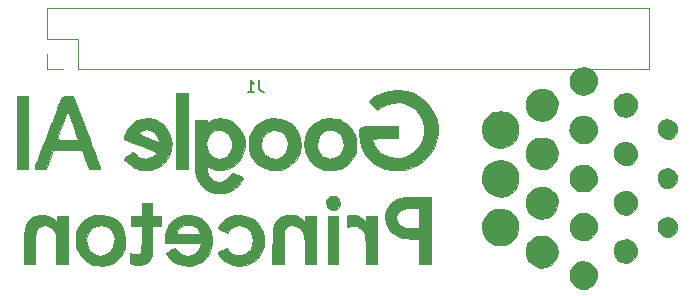
<source format=gbr>
G04 #@! TF.GenerationSoftware,KiCad,Pcbnew,(5.1.6-0-10_14)*
G04 #@! TF.CreationDate,2021-05-11T12:02:37-04:00*
G04 #@! TF.ProjectId,venti-zero,76656e74-692d-47a6-9572-6f2e6b696361,1.0*
G04 #@! TF.SameCoordinates,Original*
G04 #@! TF.FileFunction,Legend,Bot*
G04 #@! TF.FilePolarity,Positive*
%FSLAX46Y46*%
G04 Gerber Fmt 4.6, Leading zero omitted, Abs format (unit mm)*
G04 Created by KiCad (PCBNEW (5.1.6-0-10_14)) date 2021-05-11 12:02:37*
%MOMM*%
%LPD*%
G01*
G04 APERTURE LIST*
%ADD10C,0.010000*%
%ADD11C,0.120000*%
%ADD12C,0.150000*%
G04 APERTURE END LIST*
D10*
G36*
X169540365Y-113512279D02*
G01*
X169239406Y-113679871D01*
X168991819Y-113945994D01*
X168986186Y-113954430D01*
X168853065Y-114253743D01*
X168804972Y-114592317D01*
X168842509Y-114926394D01*
X168966282Y-115212217D01*
X168968774Y-115215878D01*
X169230329Y-115498713D01*
X169547471Y-115683714D01*
X169896241Y-115764119D01*
X170252679Y-115733163D01*
X170487815Y-115644744D01*
X170786433Y-115426550D01*
X170995681Y-115135924D01*
X171107020Y-114798391D01*
X171111913Y-114439473D01*
X171006487Y-114094221D01*
X170798347Y-113794043D01*
X170523686Y-113584101D01*
X170206483Y-113466053D01*
X169870717Y-113441560D01*
X169540365Y-113512279D01*
G37*
X169540365Y-113512279D02*
X169239406Y-113679871D01*
X168991819Y-113945994D01*
X168986186Y-113954430D01*
X168853065Y-114253743D01*
X168804972Y-114592317D01*
X168842509Y-114926394D01*
X168966282Y-115212217D01*
X168968774Y-115215878D01*
X169230329Y-115498713D01*
X169547471Y-115683714D01*
X169896241Y-115764119D01*
X170252679Y-115733163D01*
X170487815Y-115644744D01*
X170786433Y-115426550D01*
X170995681Y-115135924D01*
X171107020Y-114798391D01*
X171111913Y-114439473D01*
X171006487Y-114094221D01*
X170798347Y-113794043D01*
X170523686Y-113584101D01*
X170206483Y-113466053D01*
X169870717Y-113441560D01*
X169540365Y-113512279D01*
G36*
X166041521Y-111318393D02*
G01*
X165677298Y-111488396D01*
X165379696Y-111759102D01*
X165323832Y-111833064D01*
X165225202Y-111986020D01*
X165167769Y-112124493D01*
X165140640Y-112292314D01*
X165132924Y-112533313D01*
X165132750Y-112602000D01*
X165137684Y-112865998D01*
X165159762Y-113047300D01*
X165209895Y-113190057D01*
X165298999Y-113338419D01*
X165323673Y-113374404D01*
X165508159Y-113573743D01*
X165753876Y-113750385D01*
X166025486Y-113887029D01*
X166287647Y-113966372D01*
X166505020Y-113971113D01*
X166529750Y-113964873D01*
X166630752Y-113942465D01*
X166795864Y-113912202D01*
X166824168Y-113907424D01*
X167039657Y-113827371D01*
X167282968Y-113665712D01*
X167347768Y-113611320D01*
X167607093Y-113309858D01*
X167758486Y-112973976D01*
X167809206Y-112622735D01*
X167766513Y-112275196D01*
X167637665Y-111950417D01*
X167429922Y-111667460D01*
X167150543Y-111445385D01*
X166806787Y-111303250D01*
X166452035Y-111259428D01*
X166041521Y-111318393D01*
G37*
X166041521Y-111318393D02*
X165677298Y-111488396D01*
X165379696Y-111759102D01*
X165323832Y-111833064D01*
X165225202Y-111986020D01*
X165167769Y-112124493D01*
X165140640Y-112292314D01*
X165132924Y-112533313D01*
X165132750Y-112602000D01*
X165137684Y-112865998D01*
X165159762Y-113047300D01*
X165209895Y-113190057D01*
X165298999Y-113338419D01*
X165323673Y-113374404D01*
X165508159Y-113573743D01*
X165753876Y-113750385D01*
X166025486Y-113887029D01*
X166287647Y-113966372D01*
X166505020Y-113971113D01*
X166529750Y-113964873D01*
X166630752Y-113942465D01*
X166795864Y-113912202D01*
X166824168Y-113907424D01*
X167039657Y-113827371D01*
X167282968Y-113665712D01*
X167347768Y-113611320D01*
X167607093Y-113309858D01*
X167758486Y-112973976D01*
X167809206Y-112622735D01*
X167766513Y-112275196D01*
X167637665Y-111950417D01*
X167429922Y-111667460D01*
X167150543Y-111445385D01*
X166806787Y-111303250D01*
X166452035Y-111259428D01*
X166041521Y-111318393D01*
G36*
X140419858Y-109528542D02*
G01*
X139984878Y-109651404D01*
X139600868Y-109863761D01*
X139288084Y-110161339D01*
X139192041Y-110295990D01*
X139096459Y-110467618D01*
X139048482Y-110597238D01*
X139051884Y-110644783D01*
X139133182Y-110693165D01*
X139295731Y-110769936D01*
X139478911Y-110847932D01*
X139856346Y-111001489D01*
X139968593Y-110816914D01*
X140177606Y-110586800D01*
X140456157Y-110439020D01*
X140774642Y-110376540D01*
X141103454Y-110402328D01*
X141412986Y-110519348D01*
X141598502Y-110653604D01*
X141809749Y-110928143D01*
X141937975Y-111267663D01*
X141982323Y-111640305D01*
X141941937Y-112014211D01*
X141815960Y-112357521D01*
X141650595Y-112591291D01*
X141363471Y-112813331D01*
X141020867Y-112921825D01*
X140838793Y-112934153D01*
X140541266Y-112890855D01*
X140257278Y-112774961D01*
X140027705Y-112607474D01*
X139915322Y-112459667D01*
X139824594Y-112284219D01*
X139588172Y-112387116D01*
X139384893Y-112474016D01*
X139197532Y-112551709D01*
X139177125Y-112559928D01*
X139054483Y-112625111D01*
X139013970Y-112706830D01*
X139056413Y-112830635D01*
X139182639Y-113022081D01*
X139192512Y-113035748D01*
X139498663Y-113354519D01*
X139886278Y-113595191D01*
X140330953Y-113749817D01*
X140808285Y-113810447D01*
X141293870Y-113769135D01*
X141383750Y-113749420D01*
X141850461Y-113574923D01*
X142245404Y-113296435D01*
X142563705Y-112917919D01*
X142698509Y-112680449D01*
X142798382Y-112466868D01*
X142860134Y-112291901D01*
X142892684Y-112111347D01*
X142904947Y-111881002D01*
X142906200Y-111650835D01*
X142898707Y-111325345D01*
X142874000Y-111085923D01*
X142825794Y-110892108D01*
X142764662Y-110739576D01*
X142535525Y-110330534D01*
X142257739Y-110019540D01*
X141906257Y-109779855D01*
X141828080Y-109739677D01*
X141361714Y-109568405D01*
X140885555Y-109499451D01*
X140419858Y-109528542D01*
G37*
X140419858Y-109528542D02*
X139984878Y-109651404D01*
X139600868Y-109863761D01*
X139288084Y-110161339D01*
X139192041Y-110295990D01*
X139096459Y-110467618D01*
X139048482Y-110597238D01*
X139051884Y-110644783D01*
X139133182Y-110693165D01*
X139295731Y-110769936D01*
X139478911Y-110847932D01*
X139856346Y-111001489D01*
X139968593Y-110816914D01*
X140177606Y-110586800D01*
X140456157Y-110439020D01*
X140774642Y-110376540D01*
X141103454Y-110402328D01*
X141412986Y-110519348D01*
X141598502Y-110653604D01*
X141809749Y-110928143D01*
X141937975Y-111267663D01*
X141982323Y-111640305D01*
X141941937Y-112014211D01*
X141815960Y-112357521D01*
X141650595Y-112591291D01*
X141363471Y-112813331D01*
X141020867Y-112921825D01*
X140838793Y-112934153D01*
X140541266Y-112890855D01*
X140257278Y-112774961D01*
X140027705Y-112607474D01*
X139915322Y-112459667D01*
X139824594Y-112284219D01*
X139588172Y-112387116D01*
X139384893Y-112474016D01*
X139197532Y-112551709D01*
X139177125Y-112559928D01*
X139054483Y-112625111D01*
X139013970Y-112706830D01*
X139056413Y-112830635D01*
X139182639Y-113022081D01*
X139192512Y-113035748D01*
X139498663Y-113354519D01*
X139886278Y-113595191D01*
X140330953Y-113749817D01*
X140808285Y-113810447D01*
X141293870Y-113769135D01*
X141383750Y-113749420D01*
X141850461Y-113574923D01*
X142245404Y-113296435D01*
X142563705Y-112917919D01*
X142698509Y-112680449D01*
X142798382Y-112466868D01*
X142860134Y-112291901D01*
X142892684Y-112111347D01*
X142904947Y-111881002D01*
X142906200Y-111650835D01*
X142898707Y-111325345D01*
X142874000Y-111085923D01*
X142825794Y-110892108D01*
X142764662Y-110739576D01*
X142535525Y-110330534D01*
X142257739Y-110019540D01*
X141906257Y-109779855D01*
X141828080Y-109739677D01*
X141361714Y-109568405D01*
X140885555Y-109499451D01*
X140419858Y-109528542D01*
G36*
X136265680Y-109522038D02*
G01*
X135893040Y-109578325D01*
X135622527Y-109670927D01*
X135235377Y-109928732D01*
X134924768Y-110276294D01*
X134702143Y-110694327D01*
X134578942Y-111163539D01*
X134557500Y-111466291D01*
X134557500Y-111840000D01*
X136081500Y-111840000D01*
X136559350Y-111840286D01*
X136925163Y-111842019D01*
X137193904Y-111846507D01*
X137380535Y-111855058D01*
X137500022Y-111868980D01*
X137567327Y-111889584D01*
X137597414Y-111918176D01*
X137605246Y-111956066D01*
X137605500Y-111973278D01*
X137553296Y-112208942D01*
X137414273Y-112458475D01*
X137214813Y-112678181D01*
X137147887Y-112731199D01*
X136806103Y-112907718D01*
X136448494Y-112963721D01*
X136093730Y-112900918D01*
X135760480Y-112721017D01*
X135610473Y-112590413D01*
X135357091Y-112337032D01*
X134989046Y-112512941D01*
X134799855Y-112608996D01*
X134667038Y-112687181D01*
X134621000Y-112728165D01*
X134663654Y-112826483D01*
X134773644Y-112978687D01*
X134924013Y-113153585D01*
X135087808Y-113319986D01*
X135238070Y-113446701D01*
X135248075Y-113453757D01*
X135649132Y-113660085D01*
X136109896Y-113778143D01*
X136594779Y-113803613D01*
X137068194Y-113732180D01*
X137203390Y-113690957D01*
X137642177Y-113475895D01*
X138003584Y-113167702D01*
X138279614Y-112779619D01*
X138462273Y-112324885D01*
X138543564Y-111816741D01*
X138539399Y-111478663D01*
X138477762Y-111141500D01*
X137550559Y-111141500D01*
X135496233Y-111141500D01*
X135539574Y-110966875D01*
X135663890Y-110704118D01*
X135873521Y-110506312D01*
X136142294Y-110377584D01*
X136444036Y-110322063D01*
X136752573Y-110343879D01*
X137041731Y-110447159D01*
X137285338Y-110636032D01*
X137326703Y-110684967D01*
X137435000Y-110848409D01*
X137505607Y-110998625D01*
X137550559Y-111141500D01*
X138477762Y-111141500D01*
X138445010Y-110962343D01*
X138250093Y-110498284D01*
X137965169Y-110102740D01*
X137600763Y-109791961D01*
X137360973Y-109658722D01*
X137046751Y-109561906D01*
X136665952Y-109516455D01*
X136265680Y-109522038D01*
G37*
X136265680Y-109522038D02*
X135893040Y-109578325D01*
X135622527Y-109670927D01*
X135235377Y-109928732D01*
X134924768Y-110276294D01*
X134702143Y-110694327D01*
X134578942Y-111163539D01*
X134557500Y-111466291D01*
X134557500Y-111840000D01*
X136081500Y-111840000D01*
X136559350Y-111840286D01*
X136925163Y-111842019D01*
X137193904Y-111846507D01*
X137380535Y-111855058D01*
X137500022Y-111868980D01*
X137567327Y-111889584D01*
X137597414Y-111918176D01*
X137605246Y-111956066D01*
X137605500Y-111973278D01*
X137553296Y-112208942D01*
X137414273Y-112458475D01*
X137214813Y-112678181D01*
X137147887Y-112731199D01*
X136806103Y-112907718D01*
X136448494Y-112963721D01*
X136093730Y-112900918D01*
X135760480Y-112721017D01*
X135610473Y-112590413D01*
X135357091Y-112337032D01*
X134989046Y-112512941D01*
X134799855Y-112608996D01*
X134667038Y-112687181D01*
X134621000Y-112728165D01*
X134663654Y-112826483D01*
X134773644Y-112978687D01*
X134924013Y-113153585D01*
X135087808Y-113319986D01*
X135238070Y-113446701D01*
X135248075Y-113453757D01*
X135649132Y-113660085D01*
X136109896Y-113778143D01*
X136594779Y-113803613D01*
X137068194Y-113732180D01*
X137203390Y-113690957D01*
X137642177Y-113475895D01*
X138003584Y-113167702D01*
X138279614Y-112779619D01*
X138462273Y-112324885D01*
X138543564Y-111816741D01*
X138539399Y-111478663D01*
X138477762Y-111141500D01*
X137550559Y-111141500D01*
X135496233Y-111141500D01*
X135539574Y-110966875D01*
X135663890Y-110704118D01*
X135873521Y-110506312D01*
X136142294Y-110377584D01*
X136444036Y-110322063D01*
X136752573Y-110343879D01*
X137041731Y-110447159D01*
X137285338Y-110636032D01*
X137326703Y-110684967D01*
X137435000Y-110848409D01*
X137505607Y-110998625D01*
X137550559Y-111141500D01*
X138477762Y-111141500D01*
X138445010Y-110962343D01*
X138250093Y-110498284D01*
X137965169Y-110102740D01*
X137600763Y-109791961D01*
X137360973Y-109658722D01*
X137046751Y-109561906D01*
X136665952Y-109516455D01*
X136265680Y-109522038D01*
G36*
X128795745Y-109528556D02*
G01*
X128579703Y-109545124D01*
X128406271Y-109583560D01*
X128233343Y-109651406D01*
X128133806Y-109698766D01*
X127716521Y-109973429D01*
X127373351Y-110348793D01*
X127139614Y-110752879D01*
X127051913Y-110968446D01*
X127001596Y-111173190D01*
X126979483Y-111417371D01*
X126975876Y-111649500D01*
X126983560Y-111951548D01*
X127012677Y-112180201D01*
X127073448Y-112388564D01*
X127156071Y-112585964D01*
X127409043Y-113003851D01*
X127749820Y-113355443D01*
X128151661Y-113613791D01*
X128196345Y-113634427D01*
X128494823Y-113725662D01*
X128863449Y-113778269D01*
X129250451Y-113789174D01*
X129604056Y-113755306D01*
X129734640Y-113725733D01*
X130190004Y-113533337D01*
X130578750Y-113238196D01*
X130887327Y-112852946D01*
X131070516Y-112480038D01*
X131139211Y-112268235D01*
X131176070Y-112060475D01*
X131186562Y-111810232D01*
X131179753Y-111550694D01*
X131176434Y-111523342D01*
X130279401Y-111523342D01*
X130273207Y-111829479D01*
X130170959Y-112179036D01*
X130007922Y-112480825D01*
X129804202Y-112699887D01*
X129751875Y-112736030D01*
X129397781Y-112899665D01*
X129050244Y-112941322D01*
X128689799Y-112861770D01*
X128514473Y-112784771D01*
X128239222Y-112580861D01*
X128040817Y-112298720D01*
X127923463Y-111964290D01*
X127891365Y-111603513D01*
X127948730Y-111242333D01*
X128099762Y-110906693D01*
X128189873Y-110782321D01*
X128450839Y-110559605D01*
X128777847Y-110421207D01*
X129134569Y-110376279D01*
X129484678Y-110433978D01*
X129520992Y-110446894D01*
X129794680Y-110612715D01*
X130024384Y-110869587D01*
X130191994Y-111184224D01*
X130279401Y-111523342D01*
X131176434Y-111523342D01*
X131116030Y-111025617D01*
X130969455Y-110587780D01*
X130734264Y-110223497D01*
X130537255Y-110024957D01*
X130243017Y-109798604D01*
X129955448Y-109649502D01*
X129635592Y-109564169D01*
X129244491Y-109529121D01*
X129096500Y-109526314D01*
X128795745Y-109528556D01*
G37*
X128795745Y-109528556D02*
X128579703Y-109545124D01*
X128406271Y-109583560D01*
X128233343Y-109651406D01*
X128133806Y-109698766D01*
X127716521Y-109973429D01*
X127373351Y-110348793D01*
X127139614Y-110752879D01*
X127051913Y-110968446D01*
X127001596Y-111173190D01*
X126979483Y-111417371D01*
X126975876Y-111649500D01*
X126983560Y-111951548D01*
X127012677Y-112180201D01*
X127073448Y-112388564D01*
X127156071Y-112585964D01*
X127409043Y-113003851D01*
X127749820Y-113355443D01*
X128151661Y-113613791D01*
X128196345Y-113634427D01*
X128494823Y-113725662D01*
X128863449Y-113778269D01*
X129250451Y-113789174D01*
X129604056Y-113755306D01*
X129734640Y-113725733D01*
X130190004Y-113533337D01*
X130578750Y-113238196D01*
X130887327Y-112852946D01*
X131070516Y-112480038D01*
X131139211Y-112268235D01*
X131176070Y-112060475D01*
X131186562Y-111810232D01*
X131179753Y-111550694D01*
X131176434Y-111523342D01*
X130279401Y-111523342D01*
X130273207Y-111829479D01*
X130170959Y-112179036D01*
X130007922Y-112480825D01*
X129804202Y-112699887D01*
X129751875Y-112736030D01*
X129397781Y-112899665D01*
X129050244Y-112941322D01*
X128689799Y-112861770D01*
X128514473Y-112784771D01*
X128239222Y-112580861D01*
X128040817Y-112298720D01*
X127923463Y-111964290D01*
X127891365Y-111603513D01*
X127948730Y-111242333D01*
X128099762Y-110906693D01*
X128189873Y-110782321D01*
X128450839Y-110559605D01*
X128777847Y-110421207D01*
X129134569Y-110376279D01*
X129484678Y-110433978D01*
X129520992Y-110446894D01*
X129794680Y-110612715D01*
X130024384Y-110869587D01*
X130191994Y-111184224D01*
X130279401Y-111523342D01*
X131176434Y-111523342D01*
X131116030Y-111025617D01*
X130969455Y-110587780D01*
X130734264Y-110223497D01*
X130537255Y-110024957D01*
X130243017Y-109798604D01*
X129955448Y-109649502D01*
X129635592Y-109564169D01*
X129244491Y-109529121D01*
X129096500Y-109526314D01*
X128795745Y-109528556D01*
G36*
X132589000Y-109617500D02*
G01*
X131636500Y-109617500D01*
X131636500Y-110443000D01*
X132597363Y-110443000D01*
X132577307Y-111516019D01*
X132568567Y-111914727D01*
X132557882Y-112206620D01*
X132542823Y-112411884D01*
X132520962Y-112550703D01*
X132489872Y-112643263D01*
X132447124Y-112709747D01*
X132431547Y-112727754D01*
X132312307Y-112821071D01*
X132157247Y-112847116D01*
X132050547Y-112840285D01*
X131857337Y-112811262D01*
X131704893Y-112772884D01*
X131684125Y-112764757D01*
X131626137Y-112751261D01*
X131592672Y-112790793D01*
X131577163Y-112906885D01*
X131573042Y-113123067D01*
X131573000Y-113162958D01*
X131583028Y-113412358D01*
X131610427Y-113586403D01*
X131645158Y-113655100D01*
X131773727Y-113692526D01*
X131984872Y-113714605D01*
X132235051Y-113720958D01*
X132480723Y-113711208D01*
X132678350Y-113684978D01*
X132747750Y-113664668D01*
X132998090Y-113548090D01*
X133163700Y-113427887D01*
X133283372Y-113270915D01*
X133344815Y-113154527D01*
X133391616Y-113047751D01*
X133426043Y-112934944D01*
X133449964Y-112795159D01*
X133465249Y-112607448D01*
X133473765Y-112350864D01*
X133477381Y-112004459D01*
X133478000Y-111661201D01*
X133478000Y-110443000D01*
X134240000Y-110443000D01*
X134240000Y-109617500D01*
X133478000Y-109617500D01*
X133478000Y-108474500D01*
X132589000Y-108474500D01*
X132589000Y-109617500D01*
G37*
X132589000Y-109617500D02*
X131636500Y-109617500D01*
X131636500Y-110443000D01*
X132597363Y-110443000D01*
X132577307Y-111516019D01*
X132568567Y-111914727D01*
X132557882Y-112206620D01*
X132542823Y-112411884D01*
X132520962Y-112550703D01*
X132489872Y-112643263D01*
X132447124Y-112709747D01*
X132431547Y-112727754D01*
X132312307Y-112821071D01*
X132157247Y-112847116D01*
X132050547Y-112840285D01*
X131857337Y-112811262D01*
X131704893Y-112772884D01*
X131684125Y-112764757D01*
X131626137Y-112751261D01*
X131592672Y-112790793D01*
X131577163Y-112906885D01*
X131573042Y-113123067D01*
X131573000Y-113162958D01*
X131583028Y-113412358D01*
X131610427Y-113586403D01*
X131645158Y-113655100D01*
X131773727Y-113692526D01*
X131984872Y-113714605D01*
X132235051Y-113720958D01*
X132480723Y-113711208D01*
X132678350Y-113684978D01*
X132747750Y-113664668D01*
X132998090Y-113548090D01*
X133163700Y-113427887D01*
X133283372Y-113270915D01*
X133344815Y-113154527D01*
X133391616Y-113047751D01*
X133426043Y-112934944D01*
X133449964Y-112795159D01*
X133465249Y-112607448D01*
X133473765Y-112350864D01*
X133477381Y-112004459D01*
X133478000Y-111661201D01*
X133478000Y-110443000D01*
X134240000Y-110443000D01*
X134240000Y-109617500D01*
X133478000Y-109617500D01*
X133478000Y-108474500D01*
X132589000Y-108474500D01*
X132589000Y-109617500D01*
G36*
X155814125Y-107979243D02*
G01*
X155387265Y-107990241D01*
X155065357Y-108001863D01*
X154826372Y-108016906D01*
X154648282Y-108038164D01*
X154509058Y-108068431D01*
X154386671Y-108110501D01*
X154259091Y-108167168D01*
X154232256Y-108179907D01*
X153809058Y-108438476D01*
X153497273Y-108757769D01*
X153296195Y-109138852D01*
X153205124Y-109582789D01*
X153199091Y-109744500D01*
X153256492Y-110211750D01*
X153425962Y-110621429D01*
X153703396Y-110967278D01*
X154084693Y-111243040D01*
X154229857Y-111316329D01*
X154408786Y-111388551D01*
X154598063Y-111438832D01*
X154831286Y-111472997D01*
X155142048Y-111496870D01*
X155325232Y-111506227D01*
X156084000Y-111541186D01*
X156084000Y-113681500D01*
X157036500Y-113681500D01*
X157036500Y-108919000D01*
X156084000Y-108919000D01*
X156084000Y-110650147D01*
X155426388Y-110620900D01*
X155099342Y-110601265D01*
X154867522Y-110572599D01*
X154699193Y-110528854D01*
X154562617Y-110463983D01*
X154544149Y-110452825D01*
X154341042Y-110272706D01*
X154188789Y-110035376D01*
X154117435Y-109790225D01*
X154115500Y-109748248D01*
X154143842Y-109606472D01*
X154214372Y-109421427D01*
X154239333Y-109369708D01*
X154359975Y-109185954D01*
X154518124Y-109057171D01*
X154735581Y-108975195D01*
X155034148Y-108931861D01*
X155435626Y-108919002D01*
X155442722Y-108919000D01*
X156084000Y-108919000D01*
X157036500Y-108919000D01*
X157036500Y-107950069D01*
X155814125Y-107979243D01*
G37*
X155814125Y-107979243D02*
X155387265Y-107990241D01*
X155065357Y-108001863D01*
X154826372Y-108016906D01*
X154648282Y-108038164D01*
X154509058Y-108068431D01*
X154386671Y-108110501D01*
X154259091Y-108167168D01*
X154232256Y-108179907D01*
X153809058Y-108438476D01*
X153497273Y-108757769D01*
X153296195Y-109138852D01*
X153205124Y-109582789D01*
X153199091Y-109744500D01*
X153256492Y-110211750D01*
X153425962Y-110621429D01*
X153703396Y-110967278D01*
X154084693Y-111243040D01*
X154229857Y-111316329D01*
X154408786Y-111388551D01*
X154598063Y-111438832D01*
X154831286Y-111472997D01*
X155142048Y-111496870D01*
X155325232Y-111506227D01*
X156084000Y-111541186D01*
X156084000Y-113681500D01*
X157036500Y-113681500D01*
X157036500Y-108919000D01*
X156084000Y-108919000D01*
X156084000Y-110650147D01*
X155426388Y-110620900D01*
X155099342Y-110601265D01*
X154867522Y-110572599D01*
X154699193Y-110528854D01*
X154562617Y-110463983D01*
X154544149Y-110452825D01*
X154341042Y-110272706D01*
X154188789Y-110035376D01*
X154117435Y-109790225D01*
X154115500Y-109748248D01*
X154143842Y-109606472D01*
X154214372Y-109421427D01*
X154239333Y-109369708D01*
X154359975Y-109185954D01*
X154518124Y-109057171D01*
X154735581Y-108975195D01*
X155034148Y-108931861D01*
X155435626Y-108919002D01*
X155442722Y-108919000D01*
X156084000Y-108919000D01*
X157036500Y-108919000D01*
X157036500Y-107950069D01*
X155814125Y-107979243D01*
G36*
X150154135Y-109516675D02*
G01*
X149924500Y-109559754D01*
X149924500Y-110496706D01*
X150384875Y-110463358D01*
X150636367Y-110450221D01*
X150804487Y-110460215D01*
X150931872Y-110500646D01*
X151061163Y-110578819D01*
X151061977Y-110579379D01*
X151213761Y-110696046D01*
X151330540Y-110822634D01*
X151417197Y-110977415D01*
X151478617Y-111178659D01*
X151519684Y-111444639D01*
X151545284Y-111793625D01*
X151560299Y-112243888D01*
X151564481Y-112459125D01*
X151585211Y-113681500D01*
X152464500Y-113681500D01*
X152464500Y-109617500D01*
X151575500Y-109617500D01*
X151575500Y-110110558D01*
X151336992Y-109872050D01*
X151060484Y-109674274D01*
X150717685Y-109544930D01*
X150357353Y-109498668D01*
X150154135Y-109516675D01*
G37*
X150154135Y-109516675D02*
X149924500Y-109559754D01*
X149924500Y-110496706D01*
X150384875Y-110463358D01*
X150636367Y-110450221D01*
X150804487Y-110460215D01*
X150931872Y-110500646D01*
X151061163Y-110578819D01*
X151061977Y-110579379D01*
X151213761Y-110696046D01*
X151330540Y-110822634D01*
X151417197Y-110977415D01*
X151478617Y-111178659D01*
X151519684Y-111444639D01*
X151545284Y-111793625D01*
X151560299Y-112243888D01*
X151564481Y-112459125D01*
X151585211Y-113681500D01*
X152464500Y-113681500D01*
X152464500Y-109617500D01*
X151575500Y-109617500D01*
X151575500Y-110110558D01*
X151336992Y-109872050D01*
X151060484Y-109674274D01*
X150717685Y-109544930D01*
X150357353Y-109498668D01*
X150154135Y-109516675D01*
G36*
X148337000Y-113681500D02*
G01*
X149226000Y-113681500D01*
X149226000Y-109617500D01*
X148337000Y-109617500D01*
X148337000Y-113681500D01*
G37*
X148337000Y-113681500D02*
X149226000Y-113681500D01*
X149226000Y-109617500D01*
X148337000Y-109617500D01*
X148337000Y-113681500D01*
G36*
X144768847Y-109537323D02*
G01*
X144409069Y-109665171D01*
X144098667Y-109875331D01*
X143862017Y-110164658D01*
X143831978Y-110219342D01*
X143781685Y-110320599D01*
X143742790Y-110416584D01*
X143713579Y-110525067D01*
X143692340Y-110663818D01*
X143677358Y-110850604D01*
X143666919Y-111103197D01*
X143659311Y-111439366D01*
X143652819Y-111876881D01*
X143649851Y-112107900D01*
X143629951Y-113681500D01*
X144590500Y-113681500D01*
X144590500Y-110811300D01*
X144806400Y-110595400D01*
X144961337Y-110459628D01*
X145107320Y-110396357D01*
X145308149Y-110379616D01*
X145336760Y-110379500D01*
X145681619Y-110434592D01*
X145964643Y-110600363D01*
X146186987Y-110877554D01*
X146225625Y-110949092D01*
X146275406Y-111055374D01*
X146312090Y-111162555D01*
X146337663Y-111291563D01*
X146354107Y-111463327D01*
X146363406Y-111698774D01*
X146367542Y-112018832D01*
X146368500Y-112444429D01*
X146368500Y-113681500D01*
X147321000Y-113681500D01*
X147321000Y-109617500D01*
X146432000Y-109617500D01*
X146432000Y-110129733D01*
X146214222Y-109911955D01*
X145900689Y-109679103D01*
X145539032Y-109541144D01*
X145153626Y-109494932D01*
X144768847Y-109537323D01*
G37*
X144768847Y-109537323D02*
X144409069Y-109665171D01*
X144098667Y-109875331D01*
X143862017Y-110164658D01*
X143831978Y-110219342D01*
X143781685Y-110320599D01*
X143742790Y-110416584D01*
X143713579Y-110525067D01*
X143692340Y-110663818D01*
X143677358Y-110850604D01*
X143666919Y-111103197D01*
X143659311Y-111439366D01*
X143652819Y-111876881D01*
X143649851Y-112107900D01*
X143629951Y-113681500D01*
X144590500Y-113681500D01*
X144590500Y-110811300D01*
X144806400Y-110595400D01*
X144961337Y-110459628D01*
X145107320Y-110396357D01*
X145308149Y-110379616D01*
X145336760Y-110379500D01*
X145681619Y-110434592D01*
X145964643Y-110600363D01*
X146186987Y-110877554D01*
X146225625Y-110949092D01*
X146275406Y-111055374D01*
X146312090Y-111162555D01*
X146337663Y-111291563D01*
X146354107Y-111463327D01*
X146363406Y-111698774D01*
X146367542Y-112018832D01*
X146368500Y-112444429D01*
X146368500Y-113681500D01*
X147321000Y-113681500D01*
X147321000Y-109617500D01*
X146432000Y-109617500D01*
X146432000Y-110129733D01*
X146214222Y-109911955D01*
X145900689Y-109679103D01*
X145539032Y-109541144D01*
X145153626Y-109494932D01*
X144768847Y-109537323D01*
G36*
X123563579Y-109583801D02*
G01*
X123223241Y-109770672D01*
X122942363Y-110050144D01*
X122783534Y-110316000D01*
X122741512Y-110416147D01*
X122708934Y-110524417D01*
X122684298Y-110658707D01*
X122666102Y-110836916D01*
X122652846Y-111076942D01*
X122643029Y-111396683D01*
X122635149Y-111814038D01*
X122630415Y-112141625D01*
X122609580Y-113681500D01*
X123572000Y-113681500D01*
X123572238Y-112300375D01*
X123573136Y-111842040D01*
X123576626Y-111492454D01*
X123584165Y-111233371D01*
X123597212Y-111046546D01*
X123617226Y-110913732D01*
X123645665Y-110816684D01*
X123683988Y-110737155D01*
X123699267Y-110711292D01*
X123859020Y-110524798D01*
X124075103Y-110418544D01*
X124374783Y-110380167D01*
X124431175Y-110379500D01*
X124641906Y-110400791D01*
X124815097Y-110482181D01*
X124944500Y-110584882D01*
X125074092Y-110706756D01*
X125172818Y-110827967D01*
X125244837Y-110967556D01*
X125294308Y-111144559D01*
X125325389Y-111378018D01*
X125342241Y-111686970D01*
X125349020Y-112090455D01*
X125350000Y-112441210D01*
X125350000Y-113681500D01*
X126302500Y-113681500D01*
X126302500Y-109617500D01*
X125413500Y-109617500D01*
X125413500Y-110061161D01*
X125126256Y-109841902D01*
X124744716Y-109618580D01*
X124343980Y-109503775D01*
X123943713Y-109493508D01*
X123563579Y-109583801D01*
G37*
X123563579Y-109583801D02*
X123223241Y-109770672D01*
X122942363Y-110050144D01*
X122783534Y-110316000D01*
X122741512Y-110416147D01*
X122708934Y-110524417D01*
X122684298Y-110658707D01*
X122666102Y-110836916D01*
X122652846Y-111076942D01*
X122643029Y-111396683D01*
X122635149Y-111814038D01*
X122630415Y-112141625D01*
X122609580Y-113681500D01*
X123572000Y-113681500D01*
X123572238Y-112300375D01*
X123573136Y-111842040D01*
X123576626Y-111492454D01*
X123584165Y-111233371D01*
X123597212Y-111046546D01*
X123617226Y-110913732D01*
X123645665Y-110816684D01*
X123683988Y-110737155D01*
X123699267Y-110711292D01*
X123859020Y-110524798D01*
X124075103Y-110418544D01*
X124374783Y-110380167D01*
X124431175Y-110379500D01*
X124641906Y-110400791D01*
X124815097Y-110482181D01*
X124944500Y-110584882D01*
X125074092Y-110706756D01*
X125172818Y-110827967D01*
X125244837Y-110967556D01*
X125294308Y-111144559D01*
X125325389Y-111378018D01*
X125342241Y-111686970D01*
X125349020Y-112090455D01*
X125350000Y-112441210D01*
X125350000Y-113681500D01*
X126302500Y-113681500D01*
X126302500Y-109617500D01*
X125413500Y-109617500D01*
X125413500Y-110061161D01*
X125126256Y-109841902D01*
X124744716Y-109618580D01*
X124343980Y-109503775D01*
X123943713Y-109493508D01*
X123563579Y-109583801D01*
G36*
X173319119Y-111583966D02*
G01*
X173020129Y-111698148D01*
X172767344Y-111908200D01*
X172638109Y-112098513D01*
X172555035Y-112372019D01*
X172550245Y-112686769D01*
X172620070Y-112987452D01*
X172708265Y-113155615D01*
X172939171Y-113377223D01*
X173235169Y-113511274D01*
X173562726Y-113550221D01*
X173888307Y-113486517D01*
X173986487Y-113443276D01*
X174255837Y-113241677D01*
X174433738Y-112974623D01*
X174516124Y-112668813D01*
X174498928Y-112350953D01*
X174378083Y-112047743D01*
X174228067Y-111856933D01*
X173949613Y-111659328D01*
X173637788Y-111569682D01*
X173319119Y-111583966D01*
G37*
X173319119Y-111583966D02*
X173020129Y-111698148D01*
X172767344Y-111908200D01*
X172638109Y-112098513D01*
X172555035Y-112372019D01*
X172550245Y-112686769D01*
X172620070Y-112987452D01*
X172708265Y-113155615D01*
X172939171Y-113377223D01*
X173235169Y-113511274D01*
X173562726Y-113550221D01*
X173888307Y-113486517D01*
X173986487Y-113443276D01*
X174255837Y-113241677D01*
X174433738Y-112974623D01*
X174516124Y-112668813D01*
X174498928Y-112350953D01*
X174378083Y-112047743D01*
X174228067Y-111856933D01*
X173949613Y-111659328D01*
X173637788Y-111569682D01*
X173319119Y-111583966D01*
G36*
X162487903Y-109033199D02*
G01*
X162130113Y-109184053D01*
X161814046Y-109447096D01*
X161785663Y-109477949D01*
X161542240Y-109831272D01*
X161409247Y-110211102D01*
X161379309Y-110599101D01*
X161445051Y-110976931D01*
X161599099Y-111326254D01*
X161834079Y-111628730D01*
X162142616Y-111866022D01*
X162517337Y-112019791D01*
X162827480Y-112068707D01*
X163167029Y-112064044D01*
X163440922Y-112010489D01*
X163465653Y-112001569D01*
X163855316Y-111788427D01*
X164159066Y-111488584D01*
X164366356Y-111117556D01*
X164466641Y-110690861D01*
X164474498Y-110517146D01*
X164458172Y-110268277D01*
X164418191Y-110036614D01*
X164383714Y-109925080D01*
X164165224Y-109560330D01*
X163857795Y-109274926D01*
X163480117Y-109080798D01*
X163050879Y-108989878D01*
X162910250Y-108984514D01*
X162487903Y-109033199D01*
G37*
X162487903Y-109033199D02*
X162130113Y-109184053D01*
X161814046Y-109447096D01*
X161785663Y-109477949D01*
X161542240Y-109831272D01*
X161409247Y-110211102D01*
X161379309Y-110599101D01*
X161445051Y-110976931D01*
X161599099Y-111326254D01*
X161834079Y-111628730D01*
X162142616Y-111866022D01*
X162517337Y-112019791D01*
X162827480Y-112068707D01*
X163167029Y-112064044D01*
X163440922Y-112010489D01*
X163465653Y-112001569D01*
X163855316Y-111788427D01*
X164159066Y-111488584D01*
X164366356Y-111117556D01*
X164466641Y-110690861D01*
X164474498Y-110517146D01*
X164458172Y-110268277D01*
X164418191Y-110036614D01*
X164383714Y-109925080D01*
X164165224Y-109560330D01*
X163857795Y-109274926D01*
X163480117Y-109080798D01*
X163050879Y-108989878D01*
X162910250Y-108984514D01*
X162487903Y-109033199D01*
G36*
X169681201Y-109361291D02*
G01*
X169342196Y-109512041D01*
X169075765Y-109748677D01*
X168893065Y-110047944D01*
X168805250Y-110386585D01*
X168823475Y-110741344D01*
X168903427Y-110982750D01*
X169057202Y-111245358D01*
X169256720Y-111427509D01*
X169498660Y-111551828D01*
X169869625Y-111640308D01*
X170250574Y-111606522D01*
X170471742Y-111529082D01*
X170775912Y-111325578D01*
X170991521Y-111041649D01*
X171107701Y-110697333D01*
X171116884Y-110339547D01*
X171019369Y-109999572D01*
X170823961Y-109712225D01*
X170554326Y-109493632D01*
X170234133Y-109359919D01*
X169887046Y-109327212D01*
X169681201Y-109361291D01*
G37*
X169681201Y-109361291D02*
X169342196Y-109512041D01*
X169075765Y-109748677D01*
X168893065Y-110047944D01*
X168805250Y-110386585D01*
X168823475Y-110741344D01*
X168903427Y-110982750D01*
X169057202Y-111245358D01*
X169256720Y-111427509D01*
X169498660Y-111551828D01*
X169869625Y-111640308D01*
X170250574Y-111606522D01*
X170471742Y-111529082D01*
X170775912Y-111325578D01*
X170991521Y-111041649D01*
X171107701Y-110697333D01*
X171116884Y-110339547D01*
X171019369Y-109999572D01*
X170823961Y-109712225D01*
X170554326Y-109493632D01*
X170234133Y-109359919D01*
X169887046Y-109327212D01*
X169681201Y-109361291D01*
G36*
X176836811Y-109732472D02*
G01*
X176600641Y-109856696D01*
X176410155Y-110048305D01*
X176287092Y-110298722D01*
X176253189Y-110599371D01*
X176262291Y-110689063D01*
X176327651Y-110865081D01*
X176455622Y-111051734D01*
X176613988Y-111213501D01*
X176770532Y-111314862D01*
X176845424Y-111332000D01*
X176993877Y-111345572D01*
X177049682Y-111358242D01*
X177168758Y-111360154D01*
X177315699Y-111330159D01*
X177589178Y-111188734D01*
X177787748Y-110967550D01*
X177900196Y-110695318D01*
X177915309Y-110400746D01*
X177821874Y-110112545D01*
X177803571Y-110080957D01*
X177602046Y-109849875D01*
X177359252Y-109720485D01*
X177096928Y-109684209D01*
X176836811Y-109732472D01*
G37*
X176836811Y-109732472D02*
X176600641Y-109856696D01*
X176410155Y-110048305D01*
X176287092Y-110298722D01*
X176253189Y-110599371D01*
X176262291Y-110689063D01*
X176327651Y-110865081D01*
X176455622Y-111051734D01*
X176613988Y-111213501D01*
X176770532Y-111314862D01*
X176845424Y-111332000D01*
X176993877Y-111345572D01*
X177049682Y-111358242D01*
X177168758Y-111360154D01*
X177315699Y-111330159D01*
X177589178Y-111188734D01*
X177787748Y-110967550D01*
X177900196Y-110695318D01*
X177915309Y-110400746D01*
X177821874Y-110112545D01*
X177803571Y-110080957D01*
X177602046Y-109849875D01*
X177359252Y-109720485D01*
X177096928Y-109684209D01*
X176836811Y-109732472D01*
G36*
X165937562Y-107221015D02*
G01*
X165709156Y-107335122D01*
X165416919Y-107602771D01*
X165216446Y-107933032D01*
X165111555Y-108300782D01*
X165106065Y-108680897D01*
X165203793Y-109048256D01*
X165400195Y-109367897D01*
X165686189Y-109614251D01*
X166039480Y-109773610D01*
X166427075Y-109836892D01*
X166815979Y-109795018D01*
X166882648Y-109775906D01*
X167225835Y-109607098D01*
X167492512Y-109356184D01*
X167678421Y-109045503D01*
X167779304Y-108697395D01*
X167790903Y-108334199D01*
X167708958Y-107978255D01*
X167529212Y-107651901D01*
X167327898Y-107440194D01*
X167024670Y-107259252D01*
X166666479Y-107160759D01*
X166291415Y-107147190D01*
X165937562Y-107221015D01*
G37*
X165937562Y-107221015D02*
X165709156Y-107335122D01*
X165416919Y-107602771D01*
X165216446Y-107933032D01*
X165111555Y-108300782D01*
X165106065Y-108680897D01*
X165203793Y-109048256D01*
X165400195Y-109367897D01*
X165686189Y-109614251D01*
X166039480Y-109773610D01*
X166427075Y-109836892D01*
X166815979Y-109795018D01*
X166882648Y-109775906D01*
X167225835Y-109607098D01*
X167492512Y-109356184D01*
X167678421Y-109045503D01*
X167779304Y-108697395D01*
X167790903Y-108334199D01*
X167708958Y-107978255D01*
X167529212Y-107651901D01*
X167327898Y-107440194D01*
X167024670Y-107259252D01*
X166666479Y-107160759D01*
X166291415Y-107147190D01*
X165937562Y-107221015D01*
G36*
X173178947Y-107537322D02*
G01*
X172897849Y-107693510D01*
X172683597Y-107934600D01*
X172669190Y-107959276D01*
X172549724Y-108280013D01*
X172539393Y-108593531D01*
X172622751Y-108883231D01*
X172784352Y-109132512D01*
X173008751Y-109324774D01*
X173280502Y-109443417D01*
X173584157Y-109471841D01*
X173904273Y-109393445D01*
X173973573Y-109361131D01*
X174242713Y-109161017D01*
X174422747Y-108896443D01*
X174511523Y-108593887D01*
X174506886Y-108279822D01*
X174406681Y-107980724D01*
X174208754Y-107723068D01*
X174113159Y-107645552D01*
X173817618Y-107506604D01*
X173495875Y-107472773D01*
X173178947Y-107537322D01*
G37*
X173178947Y-107537322D02*
X172897849Y-107693510D01*
X172683597Y-107934600D01*
X172669190Y-107959276D01*
X172549724Y-108280013D01*
X172539393Y-108593531D01*
X172622751Y-108883231D01*
X172784352Y-109132512D01*
X173008751Y-109324774D01*
X173280502Y-109443417D01*
X173584157Y-109471841D01*
X173904273Y-109393445D01*
X173973573Y-109361131D01*
X174242713Y-109161017D01*
X174422747Y-108896443D01*
X174511523Y-108593887D01*
X174506886Y-108279822D01*
X174406681Y-107980724D01*
X174208754Y-107723068D01*
X174113159Y-107645552D01*
X173817618Y-107506604D01*
X173495875Y-107472773D01*
X173178947Y-107537322D01*
G36*
X148505937Y-107931514D02*
G01*
X148320008Y-108079593D01*
X148211483Y-108309523D01*
X148192682Y-108477707D01*
X148246594Y-108727590D01*
X148389342Y-108926970D01*
X148592448Y-109055686D01*
X148827434Y-109093578D01*
X149003750Y-109051872D01*
X149212315Y-108904467D01*
X149335407Y-108698339D01*
X149372513Y-108465007D01*
X149323119Y-108235990D01*
X149186712Y-108042807D01*
X149021895Y-107938238D01*
X148747243Y-107879619D01*
X148505937Y-107931514D01*
G37*
X148505937Y-107931514D02*
X148320008Y-108079593D01*
X148211483Y-108309523D01*
X148192682Y-108477707D01*
X148246594Y-108727590D01*
X148389342Y-108926970D01*
X148592448Y-109055686D01*
X148827434Y-109093578D01*
X149003750Y-109051872D01*
X149212315Y-108904467D01*
X149335407Y-108698339D01*
X149372513Y-108465007D01*
X149323119Y-108235990D01*
X149186712Y-108042807D01*
X149021895Y-107938238D01*
X148747243Y-107879619D01*
X148505937Y-107931514D01*
G36*
X162478544Y-104910820D02*
G01*
X162119292Y-105065994D01*
X161821994Y-105302652D01*
X161594067Y-105602567D01*
X161442924Y-105947515D01*
X161375982Y-106319270D01*
X161400655Y-106699607D01*
X161524359Y-107070302D01*
X161754509Y-107413128D01*
X161822347Y-107485188D01*
X162177412Y-107755931D01*
X162579134Y-107914017D01*
X163008555Y-107954485D01*
X163380390Y-107892927D01*
X163769107Y-107719075D01*
X164083817Y-107450689D01*
X164313085Y-107103750D01*
X164445477Y-106694239D01*
X164474375Y-106363959D01*
X164415037Y-105925969D01*
X164241289Y-105543077D01*
X163952844Y-105214660D01*
X163940693Y-105204167D01*
X163660573Y-105009952D01*
X163354319Y-104898582D01*
X162981512Y-104856609D01*
X162892336Y-104855354D01*
X162478544Y-104910820D01*
G37*
X162478544Y-104910820D02*
X162119292Y-105065994D01*
X161821994Y-105302652D01*
X161594067Y-105602567D01*
X161442924Y-105947515D01*
X161375982Y-106319270D01*
X161400655Y-106699607D01*
X161524359Y-107070302D01*
X161754509Y-107413128D01*
X161822347Y-107485188D01*
X162177412Y-107755931D01*
X162579134Y-107914017D01*
X163008555Y-107954485D01*
X163380390Y-107892927D01*
X163769107Y-107719075D01*
X164083817Y-107450689D01*
X164313085Y-107103750D01*
X164445477Y-106694239D01*
X164474375Y-106363959D01*
X164415037Y-105925969D01*
X164241289Y-105543077D01*
X163952844Y-105214660D01*
X163940693Y-105204167D01*
X163660573Y-105009952D01*
X163354319Y-104898582D01*
X162981512Y-104856609D01*
X162892336Y-104855354D01*
X162478544Y-104910820D01*
G36*
X138779123Y-101363888D02*
G01*
X138418394Y-101499067D01*
X138415125Y-101500904D01*
X138242516Y-101595011D01*
X138152546Y-101628569D01*
X138118478Y-101605575D01*
X138113500Y-101545961D01*
X138103798Y-101484820D01*
X138057893Y-101449217D01*
X137950590Y-101434021D01*
X137756693Y-101434103D01*
X137589625Y-101439306D01*
X137065750Y-101457750D01*
X137065750Y-103648500D01*
X137066022Y-104235795D01*
X137067409Y-104711299D01*
X137070772Y-105090218D01*
X137076971Y-105387759D01*
X137086866Y-105619129D01*
X137101317Y-105799537D01*
X137121184Y-105944190D01*
X137147328Y-106068295D01*
X137180608Y-106187058D01*
X137215493Y-106296218D01*
X137403384Y-106734690D01*
X137655878Y-107078018D01*
X137991635Y-107349455D01*
X138122467Y-107426440D01*
X138303382Y-107517349D01*
X138469116Y-107574668D01*
X138661008Y-107607252D01*
X138920398Y-107623956D01*
X139066000Y-107628541D01*
X139355067Y-107629217D01*
X139617848Y-107617521D01*
X139813305Y-107595768D01*
X139868341Y-107583321D01*
X140177963Y-107441297D01*
X140497335Y-107215571D01*
X140784740Y-106938543D01*
X140921816Y-106765029D01*
X141044525Y-106578896D01*
X141130675Y-106429283D01*
X141160718Y-106352279D01*
X141105603Y-106297663D01*
X140960294Y-106214784D01*
X140753636Y-106119628D01*
X140703651Y-106098977D01*
X140472514Y-106007921D01*
X140330275Y-105962903D01*
X140249047Y-105960058D01*
X140200945Y-105995521D01*
X140180558Y-106026481D01*
X139923062Y-106364176D01*
X139623859Y-106582217D01*
X139283436Y-106680322D01*
X139050073Y-106680619D01*
X138696984Y-106591040D01*
X138420290Y-106403216D01*
X138229080Y-106126601D01*
X138132444Y-105770651D01*
X138127458Y-105720950D01*
X138098780Y-105375134D01*
X138439506Y-105543692D01*
X138863675Y-105685452D01*
X139313690Y-105714234D01*
X139767140Y-105634530D01*
X140201612Y-105450837D01*
X140594692Y-105167649D01*
X140669305Y-105096537D01*
X140985336Y-104697663D01*
X141193636Y-104254996D01*
X141297401Y-103786583D01*
X141298779Y-103516073D01*
X140230167Y-103516073D01*
X140183216Y-103869386D01*
X140054155Y-104196257D01*
X139860677Y-104459245D01*
X139736407Y-104561015D01*
X139428967Y-104696309D01*
X139090662Y-104737187D01*
X138761494Y-104683922D01*
X138501887Y-104552582D01*
X138374081Y-104422828D01*
X138239493Y-104235718D01*
X138190465Y-104151492D01*
X138075472Y-103814177D01*
X138052620Y-103437185D01*
X138119703Y-103065855D01*
X138257680Y-102770128D01*
X138493551Y-102508372D01*
X138769160Y-102352160D01*
X139065646Y-102294359D01*
X139364152Y-102327836D01*
X139645818Y-102445460D01*
X139891786Y-102640100D01*
X140083197Y-102904623D01*
X140201193Y-103231897D01*
X140230167Y-103516073D01*
X141298779Y-103516073D01*
X141299828Y-103310467D01*
X141204114Y-102844697D01*
X141013456Y-102407318D01*
X140731049Y-102016376D01*
X140360090Y-101689917D01*
X140032492Y-101501416D01*
X139622274Y-101365073D01*
X139192450Y-101319227D01*
X138779123Y-101363888D01*
G37*
X138779123Y-101363888D02*
X138418394Y-101499067D01*
X138415125Y-101500904D01*
X138242516Y-101595011D01*
X138152546Y-101628569D01*
X138118478Y-101605575D01*
X138113500Y-101545961D01*
X138103798Y-101484820D01*
X138057893Y-101449217D01*
X137950590Y-101434021D01*
X137756693Y-101434103D01*
X137589625Y-101439306D01*
X137065750Y-101457750D01*
X137065750Y-103648500D01*
X137066022Y-104235795D01*
X137067409Y-104711299D01*
X137070772Y-105090218D01*
X137076971Y-105387759D01*
X137086866Y-105619129D01*
X137101317Y-105799537D01*
X137121184Y-105944190D01*
X137147328Y-106068295D01*
X137180608Y-106187058D01*
X137215493Y-106296218D01*
X137403384Y-106734690D01*
X137655878Y-107078018D01*
X137991635Y-107349455D01*
X138122467Y-107426440D01*
X138303382Y-107517349D01*
X138469116Y-107574668D01*
X138661008Y-107607252D01*
X138920398Y-107623956D01*
X139066000Y-107628541D01*
X139355067Y-107629217D01*
X139617848Y-107617521D01*
X139813305Y-107595768D01*
X139868341Y-107583321D01*
X140177963Y-107441297D01*
X140497335Y-107215571D01*
X140784740Y-106938543D01*
X140921816Y-106765029D01*
X141044525Y-106578896D01*
X141130675Y-106429283D01*
X141160718Y-106352279D01*
X141105603Y-106297663D01*
X140960294Y-106214784D01*
X140753636Y-106119628D01*
X140703651Y-106098977D01*
X140472514Y-106007921D01*
X140330275Y-105962903D01*
X140249047Y-105960058D01*
X140200945Y-105995521D01*
X140180558Y-106026481D01*
X139923062Y-106364176D01*
X139623859Y-106582217D01*
X139283436Y-106680322D01*
X139050073Y-106680619D01*
X138696984Y-106591040D01*
X138420290Y-106403216D01*
X138229080Y-106126601D01*
X138132444Y-105770651D01*
X138127458Y-105720950D01*
X138098780Y-105375134D01*
X138439506Y-105543692D01*
X138863675Y-105685452D01*
X139313690Y-105714234D01*
X139767140Y-105634530D01*
X140201612Y-105450837D01*
X140594692Y-105167649D01*
X140669305Y-105096537D01*
X140985336Y-104697663D01*
X141193636Y-104254996D01*
X141297401Y-103786583D01*
X141298779Y-103516073D01*
X140230167Y-103516073D01*
X140183216Y-103869386D01*
X140054155Y-104196257D01*
X139860677Y-104459245D01*
X139736407Y-104561015D01*
X139428967Y-104696309D01*
X139090662Y-104737187D01*
X138761494Y-104683922D01*
X138501887Y-104552582D01*
X138374081Y-104422828D01*
X138239493Y-104235718D01*
X138190465Y-104151492D01*
X138075472Y-103814177D01*
X138052620Y-103437185D01*
X138119703Y-103065855D01*
X138257680Y-102770128D01*
X138493551Y-102508372D01*
X138769160Y-102352160D01*
X139065646Y-102294359D01*
X139364152Y-102327836D01*
X139645818Y-102445460D01*
X139891786Y-102640100D01*
X140083197Y-102904623D01*
X140201193Y-103231897D01*
X140230167Y-103516073D01*
X141298779Y-103516073D01*
X141299828Y-103310467D01*
X141204114Y-102844697D01*
X141013456Y-102407318D01*
X140731049Y-102016376D01*
X140360090Y-101689917D01*
X140032492Y-101501416D01*
X139622274Y-101365073D01*
X139192450Y-101319227D01*
X138779123Y-101363888D01*
G36*
X169667612Y-105270960D02*
G01*
X169407724Y-105348753D01*
X169300621Y-105409481D01*
X169027656Y-105682116D01*
X168860495Y-106002288D01*
X168799046Y-106347429D01*
X168843218Y-106694969D01*
X168992917Y-107022339D01*
X169248051Y-107306970D01*
X169308559Y-107354445D01*
X169505470Y-107443874D01*
X169775393Y-107496667D01*
X170068746Y-107509341D01*
X170335946Y-107478412D01*
X170466750Y-107435801D01*
X170737917Y-107246076D01*
X170954480Y-106970862D01*
X171093065Y-106647768D01*
X171132106Y-106365164D01*
X171075802Y-106048526D01*
X170926956Y-105748412D01*
X170709351Y-105495255D01*
X170446768Y-105319490D01*
X170270414Y-105262465D01*
X169971835Y-105239672D01*
X169667612Y-105270960D01*
G37*
X169667612Y-105270960D02*
X169407724Y-105348753D01*
X169300621Y-105409481D01*
X169027656Y-105682116D01*
X168860495Y-106002288D01*
X168799046Y-106347429D01*
X168843218Y-106694969D01*
X168992917Y-107022339D01*
X169248051Y-107306970D01*
X169308559Y-107354445D01*
X169505470Y-107443874D01*
X169775393Y-107496667D01*
X170068746Y-107509341D01*
X170335946Y-107478412D01*
X170466750Y-107435801D01*
X170737917Y-107246076D01*
X170954480Y-106970862D01*
X171093065Y-106647768D01*
X171132106Y-106365164D01*
X171075802Y-106048526D01*
X170926956Y-105748412D01*
X170709351Y-105495255D01*
X170446768Y-105319490D01*
X170270414Y-105262465D01*
X169971835Y-105239672D01*
X169667612Y-105270960D01*
G36*
X176838690Y-105587682D02*
G01*
X176582158Y-105716321D01*
X176379529Y-105939512D01*
X176372198Y-105951688D01*
X176272382Y-106234938D01*
X176278522Y-106534130D01*
X176381838Y-106814274D01*
X176573549Y-107040379D01*
X176660530Y-107100643D01*
X176906250Y-107185972D01*
X177188002Y-107196207D01*
X177450024Y-107133306D01*
X177564653Y-107068896D01*
X177786107Y-106833787D01*
X177905300Y-106550567D01*
X177915045Y-106247792D01*
X177833709Y-105999852D01*
X177646633Y-105759680D01*
X177399433Y-105610301D01*
X177120617Y-105552655D01*
X176838690Y-105587682D01*
G37*
X176838690Y-105587682D02*
X176582158Y-105716321D01*
X176379529Y-105939512D01*
X176372198Y-105951688D01*
X176272382Y-106234938D01*
X176278522Y-106534130D01*
X176381838Y-106814274D01*
X176573549Y-107040379D01*
X176660530Y-107100643D01*
X176906250Y-107185972D01*
X177188002Y-107196207D01*
X177450024Y-107133306D01*
X177564653Y-107068896D01*
X177786107Y-106833787D01*
X177905300Y-106550567D01*
X177915045Y-106247792D01*
X177833709Y-105999852D01*
X177646633Y-105759680D01*
X177399433Y-105610301D01*
X177120617Y-105552655D01*
X176838690Y-105587682D01*
G36*
X153518420Y-98991419D02*
G01*
X152912413Y-99162924D01*
X152359339Y-99449480D01*
X152020000Y-99704057D01*
X151797750Y-99893835D01*
X152158463Y-100257939D01*
X152519175Y-100622044D01*
X152856963Y-100389926D01*
X153327339Y-100137737D01*
X153824854Y-99999335D01*
X154330841Y-99973079D01*
X154826631Y-100057329D01*
X155293557Y-100250445D01*
X155712951Y-100550787D01*
X155815390Y-100649819D01*
X156155683Y-101083659D01*
X156384710Y-101559129D01*
X156502125Y-102059481D01*
X156507581Y-102567966D01*
X156400732Y-103067834D01*
X156181230Y-103542337D01*
X155883497Y-103937747D01*
X155488795Y-104286246D01*
X155046869Y-104521656D01*
X154546687Y-104648569D01*
X154111601Y-104675218D01*
X153629559Y-104618425D01*
X153180983Y-104465035D01*
X152786509Y-104227995D01*
X152466771Y-103920251D01*
X152242403Y-103554750D01*
X152214058Y-103484681D01*
X152143456Y-103286208D01*
X152096048Y-103134222D01*
X152083500Y-103074617D01*
X152144671Y-103052121D01*
X152318972Y-103034067D01*
X152592587Y-103021237D01*
X152951697Y-103014414D01*
X153163000Y-103013500D01*
X154242500Y-103013500D01*
X154242500Y-101997500D01*
X152661794Y-101997500D01*
X152159099Y-101996601D01*
X151769151Y-101997472D01*
X151477749Y-102005465D01*
X151270689Y-102025931D01*
X151133771Y-102064222D01*
X151052793Y-102125689D01*
X151013551Y-102215683D01*
X151001844Y-102339556D01*
X151003471Y-102502660D01*
X151004939Y-102621818D01*
X151051647Y-103177606D01*
X151181031Y-103725013D01*
X151360939Y-104171671D01*
X151556614Y-104471763D01*
X151833740Y-104784939D01*
X152156118Y-105076455D01*
X152487549Y-105311568D01*
X152629916Y-105389667D01*
X153179423Y-105594917D01*
X153785589Y-105709142D01*
X154412143Y-105727878D01*
X154909250Y-105670076D01*
X155275824Y-105562927D01*
X155682093Y-105381475D01*
X156085389Y-105148084D01*
X156443041Y-104885118D01*
X156498365Y-104837183D01*
X156945768Y-104359722D01*
X157284205Y-103831123D01*
X157513249Y-103265479D01*
X157632467Y-102676885D01*
X157641430Y-102079434D01*
X157539708Y-101487220D01*
X157326870Y-100914336D01*
X157002486Y-100374875D01*
X156647210Y-99961589D01*
X156138901Y-99529346D01*
X155594975Y-99217392D01*
X155005730Y-99021692D01*
X154361464Y-98938207D01*
X154179000Y-98934380D01*
X153518420Y-98991419D01*
G37*
X153518420Y-98991419D02*
X152912413Y-99162924D01*
X152359339Y-99449480D01*
X152020000Y-99704057D01*
X151797750Y-99893835D01*
X152158463Y-100257939D01*
X152519175Y-100622044D01*
X152856963Y-100389926D01*
X153327339Y-100137737D01*
X153824854Y-99999335D01*
X154330841Y-99973079D01*
X154826631Y-100057329D01*
X155293557Y-100250445D01*
X155712951Y-100550787D01*
X155815390Y-100649819D01*
X156155683Y-101083659D01*
X156384710Y-101559129D01*
X156502125Y-102059481D01*
X156507581Y-102567966D01*
X156400732Y-103067834D01*
X156181230Y-103542337D01*
X155883497Y-103937747D01*
X155488795Y-104286246D01*
X155046869Y-104521656D01*
X154546687Y-104648569D01*
X154111601Y-104675218D01*
X153629559Y-104618425D01*
X153180983Y-104465035D01*
X152786509Y-104227995D01*
X152466771Y-103920251D01*
X152242403Y-103554750D01*
X152214058Y-103484681D01*
X152143456Y-103286208D01*
X152096048Y-103134222D01*
X152083500Y-103074617D01*
X152144671Y-103052121D01*
X152318972Y-103034067D01*
X152592587Y-103021237D01*
X152951697Y-103014414D01*
X153163000Y-103013500D01*
X154242500Y-103013500D01*
X154242500Y-101997500D01*
X152661794Y-101997500D01*
X152159099Y-101996601D01*
X151769151Y-101997472D01*
X151477749Y-102005465D01*
X151270689Y-102025931D01*
X151133771Y-102064222D01*
X151052793Y-102125689D01*
X151013551Y-102215683D01*
X151001844Y-102339556D01*
X151003471Y-102502660D01*
X151004939Y-102621818D01*
X151051647Y-103177606D01*
X151181031Y-103725013D01*
X151360939Y-104171671D01*
X151556614Y-104471763D01*
X151833740Y-104784939D01*
X152156118Y-105076455D01*
X152487549Y-105311568D01*
X152629916Y-105389667D01*
X153179423Y-105594917D01*
X153785589Y-105709142D01*
X154412143Y-105727878D01*
X154909250Y-105670076D01*
X155275824Y-105562927D01*
X155682093Y-105381475D01*
X156085389Y-105148084D01*
X156443041Y-104885118D01*
X156498365Y-104837183D01*
X156945768Y-104359722D01*
X157284205Y-103831123D01*
X157513249Y-103265479D01*
X157632467Y-102676885D01*
X157641430Y-102079434D01*
X157539708Y-101487220D01*
X157326870Y-100914336D01*
X157002486Y-100374875D01*
X156647210Y-99961589D01*
X156138901Y-99529346D01*
X155594975Y-99217392D01*
X155005730Y-99021692D01*
X154361464Y-98938207D01*
X154179000Y-98934380D01*
X153518420Y-98991419D01*
G36*
X148266877Y-101335741D02*
G01*
X148055250Y-101355521D01*
X147875584Y-101400975D01*
X147680428Y-101481992D01*
X147561133Y-101539458D01*
X147111541Y-101824135D01*
X146764183Y-102183404D01*
X146521361Y-102613484D01*
X146385376Y-103110594D01*
X146354881Y-103521500D01*
X146412110Y-104050608D01*
X146575327Y-104524777D01*
X146831826Y-104934243D01*
X147168901Y-105269242D01*
X147573844Y-105520007D01*
X148033951Y-105676775D01*
X148536514Y-105729781D01*
X149068828Y-105669260D01*
X149130750Y-105654735D01*
X149367388Y-105584013D01*
X149591439Y-105497796D01*
X149662574Y-105463895D01*
X149919616Y-105284921D01*
X150184791Y-105026816D01*
X150421226Y-104729205D01*
X150559500Y-104500015D01*
X150633191Y-104340199D01*
X150680054Y-104186534D01*
X150705925Y-104003045D01*
X150716641Y-103753758D01*
X150717840Y-103580543D01*
X149689105Y-103580543D01*
X149618709Y-103942801D01*
X149547298Y-104116904D01*
X149342059Y-104406458D01*
X149063577Y-104610334D01*
X148738480Y-104721309D01*
X148393395Y-104732161D01*
X148054948Y-104635666D01*
X147917505Y-104558990D01*
X147793429Y-104443698D01*
X147654526Y-104266219D01*
X147589331Y-104164254D01*
X147457928Y-103831443D01*
X147422281Y-103472010D01*
X147476927Y-103117369D01*
X147616403Y-102798932D01*
X147835244Y-102548112D01*
X147875770Y-102517413D01*
X148203729Y-102347742D01*
X148530552Y-102291125D01*
X148842338Y-102334257D01*
X149125183Y-102463836D01*
X149365185Y-102666557D01*
X149548441Y-102929118D01*
X149661049Y-103238214D01*
X149689105Y-103580543D01*
X150717840Y-103580543D01*
X150718250Y-103521500D01*
X150714408Y-103202224D01*
X150699043Y-102973439D01*
X150666402Y-102798766D01*
X150610730Y-102641828D01*
X150562828Y-102538906D01*
X150308585Y-102149017D01*
X149964046Y-101803398D01*
X149565593Y-101537320D01*
X149492478Y-101501305D01*
X149286828Y-101415173D01*
X149095288Y-101363827D01*
X148871400Y-101338836D01*
X148568704Y-101331771D01*
X148557915Y-101331748D01*
X148266877Y-101335741D01*
G37*
X148266877Y-101335741D02*
X148055250Y-101355521D01*
X147875584Y-101400975D01*
X147680428Y-101481992D01*
X147561133Y-101539458D01*
X147111541Y-101824135D01*
X146764183Y-102183404D01*
X146521361Y-102613484D01*
X146385376Y-103110594D01*
X146354881Y-103521500D01*
X146412110Y-104050608D01*
X146575327Y-104524777D01*
X146831826Y-104934243D01*
X147168901Y-105269242D01*
X147573844Y-105520007D01*
X148033951Y-105676775D01*
X148536514Y-105729781D01*
X149068828Y-105669260D01*
X149130750Y-105654735D01*
X149367388Y-105584013D01*
X149591439Y-105497796D01*
X149662574Y-105463895D01*
X149919616Y-105284921D01*
X150184791Y-105026816D01*
X150421226Y-104729205D01*
X150559500Y-104500015D01*
X150633191Y-104340199D01*
X150680054Y-104186534D01*
X150705925Y-104003045D01*
X150716641Y-103753758D01*
X150717840Y-103580543D01*
X149689105Y-103580543D01*
X149618709Y-103942801D01*
X149547298Y-104116904D01*
X149342059Y-104406458D01*
X149063577Y-104610334D01*
X148738480Y-104721309D01*
X148393395Y-104732161D01*
X148054948Y-104635666D01*
X147917505Y-104558990D01*
X147793429Y-104443698D01*
X147654526Y-104266219D01*
X147589331Y-104164254D01*
X147457928Y-103831443D01*
X147422281Y-103472010D01*
X147476927Y-103117369D01*
X147616403Y-102798932D01*
X147835244Y-102548112D01*
X147875770Y-102517413D01*
X148203729Y-102347742D01*
X148530552Y-102291125D01*
X148842338Y-102334257D01*
X149125183Y-102463836D01*
X149365185Y-102666557D01*
X149548441Y-102929118D01*
X149661049Y-103238214D01*
X149689105Y-103580543D01*
X150717840Y-103580543D01*
X150718250Y-103521500D01*
X150714408Y-103202224D01*
X150699043Y-102973439D01*
X150666402Y-102798766D01*
X150610730Y-102641828D01*
X150562828Y-102538906D01*
X150308585Y-102149017D01*
X149964046Y-101803398D01*
X149565593Y-101537320D01*
X149492478Y-101501305D01*
X149286828Y-101415173D01*
X149095288Y-101363827D01*
X148871400Y-101338836D01*
X148568704Y-101331771D01*
X148557915Y-101331748D01*
X148266877Y-101335741D01*
G36*
X143156119Y-101403161D02*
G01*
X142696131Y-101600100D01*
X142293000Y-101897328D01*
X141963316Y-102286298D01*
X141803445Y-102569000D01*
X141721735Y-102759632D01*
X141671873Y-102937915D01*
X141646458Y-103146392D01*
X141638093Y-103427609D01*
X141637798Y-103521500D01*
X141657901Y-103949736D01*
X141727797Y-104294608D01*
X141861982Y-104594748D01*
X142074951Y-104888788D01*
X142205756Y-105035194D01*
X142564038Y-105333128D01*
X142994831Y-105555200D01*
X143465346Y-105691576D01*
X143942790Y-105732422D01*
X144352634Y-105679045D01*
X144835805Y-105496516D01*
X145259249Y-105215861D01*
X145606156Y-104853248D01*
X145859714Y-104424846D01*
X145963631Y-104129681D01*
X146045914Y-103596569D01*
X146041654Y-103535335D01*
X144970106Y-103535335D01*
X144919288Y-103865160D01*
X144783913Y-104177406D01*
X144584545Y-104442575D01*
X144341744Y-104631170D01*
X144156981Y-104701822D01*
X144007543Y-104736251D01*
X143923750Y-104757727D01*
X143787127Y-104760210D01*
X143591061Y-104724189D01*
X143392590Y-104661766D01*
X143320500Y-104629714D01*
X143044154Y-104423160D01*
X142840894Y-104135391D01*
X142720377Y-103795217D01*
X142692256Y-103431446D01*
X142766188Y-103072888D01*
X142783781Y-103028202D01*
X142983964Y-102689089D01*
X143254634Y-102452419D01*
X143587979Y-102323636D01*
X143828500Y-102300346D01*
X144187486Y-102358668D01*
X144496488Y-102522512D01*
X144740083Y-102775189D01*
X144902844Y-103100011D01*
X144969346Y-103480292D01*
X144970106Y-103535335D01*
X146041654Y-103535335D01*
X146010521Y-103087864D01*
X145866131Y-102617118D01*
X145621421Y-102197885D01*
X145285066Y-101843716D01*
X144865745Y-101568164D01*
X144372134Y-101384780D01*
X144180304Y-101344343D01*
X143656373Y-101315059D01*
X143156119Y-101403161D01*
G37*
X143156119Y-101403161D02*
X142696131Y-101600100D01*
X142293000Y-101897328D01*
X141963316Y-102286298D01*
X141803445Y-102569000D01*
X141721735Y-102759632D01*
X141671873Y-102937915D01*
X141646458Y-103146392D01*
X141638093Y-103427609D01*
X141637798Y-103521500D01*
X141657901Y-103949736D01*
X141727797Y-104294608D01*
X141861982Y-104594748D01*
X142074951Y-104888788D01*
X142205756Y-105035194D01*
X142564038Y-105333128D01*
X142994831Y-105555200D01*
X143465346Y-105691576D01*
X143942790Y-105732422D01*
X144352634Y-105679045D01*
X144835805Y-105496516D01*
X145259249Y-105215861D01*
X145606156Y-104853248D01*
X145859714Y-104424846D01*
X145963631Y-104129681D01*
X146045914Y-103596569D01*
X146041654Y-103535335D01*
X144970106Y-103535335D01*
X144919288Y-103865160D01*
X144783913Y-104177406D01*
X144584545Y-104442575D01*
X144341744Y-104631170D01*
X144156981Y-104701822D01*
X144007543Y-104736251D01*
X143923750Y-104757727D01*
X143787127Y-104760210D01*
X143591061Y-104724189D01*
X143392590Y-104661766D01*
X143320500Y-104629714D01*
X143044154Y-104423160D01*
X142840894Y-104135391D01*
X142720377Y-103795217D01*
X142692256Y-103431446D01*
X142766188Y-103072888D01*
X142783781Y-103028202D01*
X142983964Y-102689089D01*
X143254634Y-102452419D01*
X143587979Y-102323636D01*
X143828500Y-102300346D01*
X144187486Y-102358668D01*
X144496488Y-102522512D01*
X144740083Y-102775189D01*
X144902844Y-103100011D01*
X144969346Y-103480292D01*
X144970106Y-103535335D01*
X146041654Y-103535335D01*
X146010521Y-103087864D01*
X145866131Y-102617118D01*
X145621421Y-102197885D01*
X145285066Y-101843716D01*
X144865745Y-101568164D01*
X144372134Y-101384780D01*
X144180304Y-101344343D01*
X143656373Y-101315059D01*
X143156119Y-101403161D01*
G36*
X132579259Y-101375059D02*
G01*
X132169851Y-101506841D01*
X131816380Y-101736572D01*
X131633798Y-101912536D01*
X131494378Y-102086558D01*
X131351845Y-102301514D01*
X131220885Y-102529505D01*
X131116181Y-102742630D01*
X131052418Y-102912988D01*
X131044281Y-103012681D01*
X131050221Y-103021318D01*
X131120375Y-103057346D01*
X131290413Y-103133502D01*
X131542541Y-103242154D01*
X131858967Y-103375668D01*
X132221895Y-103526415D01*
X132366750Y-103585994D01*
X132831138Y-103776111D01*
X133190365Y-103923791D01*
X133456252Y-104036048D01*
X133640616Y-104119893D01*
X133755275Y-104182338D01*
X133812049Y-104230398D01*
X133822754Y-104271084D01*
X133799210Y-104311409D01*
X133753234Y-104358385D01*
X133722094Y-104390212D01*
X133439857Y-104613919D01*
X133110471Y-104723407D01*
X132900652Y-104737686D01*
X132638522Y-104715874D01*
X132424793Y-104641297D01*
X132212809Y-104493222D01*
X132080256Y-104373130D01*
X131857262Y-104160275D01*
X131461131Y-104420600D01*
X131270115Y-104553323D01*
X131129616Y-104664655D01*
X131066217Y-104733257D01*
X131065000Y-104738581D01*
X131113890Y-104833060D01*
X131242769Y-104973827D01*
X131424954Y-105138250D01*
X131633761Y-105303698D01*
X131842504Y-105447542D01*
X132011524Y-105541327D01*
X132427465Y-105673664D01*
X132891185Y-105724373D01*
X133350122Y-105689680D01*
X133524280Y-105650011D01*
X134001862Y-105454189D01*
X134406251Y-105163853D01*
X134728205Y-104794210D01*
X134958484Y-104360471D01*
X135087846Y-103877842D01*
X135107050Y-103361534D01*
X135098561Y-103295710D01*
X134051114Y-103295710D01*
X134031200Y-103331000D01*
X133965436Y-103307996D01*
X133804458Y-103244852D01*
X133570246Y-103150372D01*
X133284777Y-103033356D01*
X133184780Y-102992005D01*
X132887703Y-102863312D01*
X132639246Y-102745009D01*
X132460449Y-102647926D01*
X132372353Y-102582896D01*
X132366750Y-102570917D01*
X132421318Y-102485089D01*
X132557274Y-102389649D01*
X132732999Y-102306573D01*
X132906873Y-102257838D01*
X132969010Y-102252894D01*
X133215931Y-102302222D01*
X133482753Y-102427546D01*
X133716825Y-102600627D01*
X133811793Y-102704963D01*
X133899146Y-102847965D01*
X133976692Y-103018462D01*
X134031619Y-103179896D01*
X134051114Y-103295710D01*
X135098561Y-103295710D01*
X135073395Y-103100580D01*
X134921221Y-102569090D01*
X134676657Y-102124609D01*
X134339828Y-101767315D01*
X133932993Y-101508068D01*
X133715052Y-101412752D01*
X133515029Y-101359068D01*
X133279427Y-101336203D01*
X133065549Y-101332744D01*
X132579259Y-101375059D01*
G37*
X132579259Y-101375059D02*
X132169851Y-101506841D01*
X131816380Y-101736572D01*
X131633798Y-101912536D01*
X131494378Y-102086558D01*
X131351845Y-102301514D01*
X131220885Y-102529505D01*
X131116181Y-102742630D01*
X131052418Y-102912988D01*
X131044281Y-103012681D01*
X131050221Y-103021318D01*
X131120375Y-103057346D01*
X131290413Y-103133502D01*
X131542541Y-103242154D01*
X131858967Y-103375668D01*
X132221895Y-103526415D01*
X132366750Y-103585994D01*
X132831138Y-103776111D01*
X133190365Y-103923791D01*
X133456252Y-104036048D01*
X133640616Y-104119893D01*
X133755275Y-104182338D01*
X133812049Y-104230398D01*
X133822754Y-104271084D01*
X133799210Y-104311409D01*
X133753234Y-104358385D01*
X133722094Y-104390212D01*
X133439857Y-104613919D01*
X133110471Y-104723407D01*
X132900652Y-104737686D01*
X132638522Y-104715874D01*
X132424793Y-104641297D01*
X132212809Y-104493222D01*
X132080256Y-104373130D01*
X131857262Y-104160275D01*
X131461131Y-104420600D01*
X131270115Y-104553323D01*
X131129616Y-104664655D01*
X131066217Y-104733257D01*
X131065000Y-104738581D01*
X131113890Y-104833060D01*
X131242769Y-104973827D01*
X131424954Y-105138250D01*
X131633761Y-105303698D01*
X131842504Y-105447542D01*
X132011524Y-105541327D01*
X132427465Y-105673664D01*
X132891185Y-105724373D01*
X133350122Y-105689680D01*
X133524280Y-105650011D01*
X134001862Y-105454189D01*
X134406251Y-105163853D01*
X134728205Y-104794210D01*
X134958484Y-104360471D01*
X135087846Y-103877842D01*
X135107050Y-103361534D01*
X135098561Y-103295710D01*
X134051114Y-103295710D01*
X134031200Y-103331000D01*
X133965436Y-103307996D01*
X133804458Y-103244852D01*
X133570246Y-103150372D01*
X133284777Y-103033356D01*
X133184780Y-102992005D01*
X132887703Y-102863312D01*
X132639246Y-102745009D01*
X132460449Y-102647926D01*
X132372353Y-102582896D01*
X132366750Y-102570917D01*
X132421318Y-102485089D01*
X132557274Y-102389649D01*
X132732999Y-102306573D01*
X132906873Y-102257838D01*
X132969010Y-102252894D01*
X133215931Y-102302222D01*
X133482753Y-102427546D01*
X133716825Y-102600627D01*
X133811793Y-102704963D01*
X133899146Y-102847965D01*
X133976692Y-103018462D01*
X134031619Y-103179896D01*
X134051114Y-103295710D01*
X135098561Y-103295710D01*
X135073395Y-103100580D01*
X134921221Y-102569090D01*
X134676657Y-102124609D01*
X134339828Y-101767315D01*
X133932993Y-101508068D01*
X133715052Y-101412752D01*
X133515029Y-101359068D01*
X133279427Y-101336203D01*
X133065549Y-101332744D01*
X132579259Y-101375059D01*
G36*
X165996011Y-103016724D02*
G01*
X165681281Y-103162452D01*
X165664237Y-103174171D01*
X165370247Y-103445573D01*
X165188055Y-103771005D01*
X165113412Y-104159621D01*
X165113914Y-104360138D01*
X165139485Y-104627771D01*
X165193356Y-104824729D01*
X165292638Y-105006844D01*
X165327991Y-105058638D01*
X165494800Y-105250762D01*
X165692240Y-105417301D01*
X165770570Y-105466272D01*
X165993065Y-105561890D01*
X166232516Y-105628576D01*
X166439567Y-105654681D01*
X166529750Y-105645453D01*
X166630742Y-105623658D01*
X166795838Y-105593699D01*
X166824168Y-105588924D01*
X167039657Y-105508871D01*
X167282968Y-105347212D01*
X167347768Y-105292820D01*
X167606103Y-104989154D01*
X167757955Y-104643163D01*
X167806261Y-104276998D01*
X167753955Y-103912807D01*
X167603972Y-103572738D01*
X167359248Y-103278942D01*
X167052990Y-103068577D01*
X166728424Y-102966246D01*
X166360578Y-102950142D01*
X165996011Y-103016724D01*
G37*
X165996011Y-103016724D02*
X165681281Y-103162452D01*
X165664237Y-103174171D01*
X165370247Y-103445573D01*
X165188055Y-103771005D01*
X165113412Y-104159621D01*
X165113914Y-104360138D01*
X165139485Y-104627771D01*
X165193356Y-104824729D01*
X165292638Y-105006844D01*
X165327991Y-105058638D01*
X165494800Y-105250762D01*
X165692240Y-105417301D01*
X165770570Y-105466272D01*
X165993065Y-105561890D01*
X166232516Y-105628576D01*
X166439567Y-105654681D01*
X166529750Y-105645453D01*
X166630742Y-105623658D01*
X166795838Y-105593699D01*
X166824168Y-105588924D01*
X167039657Y-105508871D01*
X167282968Y-105347212D01*
X167347768Y-105292820D01*
X167606103Y-104989154D01*
X167757955Y-104643163D01*
X167806261Y-104276998D01*
X167753955Y-103912807D01*
X167603972Y-103572738D01*
X167359248Y-103278942D01*
X167052990Y-103068577D01*
X166728424Y-102966246D01*
X166360578Y-102950142D01*
X165996011Y-103016724D01*
G36*
X135446500Y-105617000D02*
G01*
X136526000Y-105617000D01*
X136526000Y-99140000D01*
X135446500Y-99140000D01*
X135446500Y-105617000D01*
G37*
X135446500Y-105617000D02*
X136526000Y-105617000D01*
X136526000Y-99140000D01*
X135446500Y-99140000D01*
X135446500Y-105617000D01*
G36*
X126043093Y-99462142D02*
G01*
X125885597Y-99479823D01*
X125800530Y-99516173D01*
X125763784Y-99568625D01*
X125715088Y-99693916D01*
X125629612Y-99917248D01*
X125512645Y-100224599D01*
X125369472Y-100601946D01*
X125205382Y-101035269D01*
X125025661Y-101510544D01*
X124835597Y-102013751D01*
X124640476Y-102530865D01*
X124445586Y-103047867D01*
X124256215Y-103550732D01*
X124077648Y-104025441D01*
X123915174Y-104457969D01*
X123774079Y-104834296D01*
X123659651Y-105140399D01*
X123577177Y-105362257D01*
X123531944Y-105485846D01*
X123525087Y-105505875D01*
X123522228Y-105561627D01*
X123568225Y-105594972D01*
X123686603Y-105611492D01*
X123900889Y-105616772D01*
X123993280Y-105617000D01*
X124492873Y-105617000D01*
X124778562Y-104790318D01*
X125064250Y-103963636D01*
X127527450Y-103997750D01*
X127812514Y-104807375D01*
X128097579Y-105617000D01*
X128603834Y-105617000D01*
X128868072Y-105611608D01*
X129021884Y-105593640D01*
X129081457Y-105560402D01*
X129081114Y-105537625D01*
X129053651Y-105464222D01*
X128985785Y-105283566D01*
X128881880Y-105007250D01*
X128746297Y-104646870D01*
X128583401Y-104214020D01*
X128397555Y-103720294D01*
X128193121Y-103177287D01*
X128168673Y-103112358D01*
X127191500Y-103112358D01*
X127131789Y-103122472D01*
X126967800Y-103130974D01*
X126722256Y-103137143D01*
X126417874Y-103140262D01*
X126302500Y-103140500D01*
X125983002Y-103137198D01*
X125714442Y-103128129D01*
X125519540Y-103114551D01*
X125421012Y-103097719D01*
X125413500Y-103091337D01*
X125434329Y-103019263D01*
X125492445Y-102846720D01*
X125581290Y-102592430D01*
X125694308Y-102275114D01*
X125824943Y-101913496D01*
X125852713Y-101837212D01*
X126001297Y-101431241D01*
X126113396Y-101132014D01*
X126195475Y-100926758D01*
X126254005Y-100802702D01*
X126295454Y-100747074D01*
X126326288Y-100747101D01*
X126352977Y-100790013D01*
X126366471Y-100822750D01*
X126423444Y-100972839D01*
X126507630Y-101200283D01*
X126610942Y-101482635D01*
X126725291Y-101797448D01*
X126842589Y-102122276D01*
X126954748Y-102434673D01*
X127053678Y-102712190D01*
X127131293Y-102932383D01*
X127179503Y-103072804D01*
X127191500Y-103112358D01*
X128168673Y-103112358D01*
X127974462Y-102596595D01*
X127922222Y-102457875D01*
X126792303Y-99457500D01*
X126300196Y-99457500D01*
X126043093Y-99462142D01*
G37*
X126043093Y-99462142D02*
X125885597Y-99479823D01*
X125800530Y-99516173D01*
X125763784Y-99568625D01*
X125715088Y-99693916D01*
X125629612Y-99917248D01*
X125512645Y-100224599D01*
X125369472Y-100601946D01*
X125205382Y-101035269D01*
X125025661Y-101510544D01*
X124835597Y-102013751D01*
X124640476Y-102530865D01*
X124445586Y-103047867D01*
X124256215Y-103550732D01*
X124077648Y-104025441D01*
X123915174Y-104457969D01*
X123774079Y-104834296D01*
X123659651Y-105140399D01*
X123577177Y-105362257D01*
X123531944Y-105485846D01*
X123525087Y-105505875D01*
X123522228Y-105561627D01*
X123568225Y-105594972D01*
X123686603Y-105611492D01*
X123900889Y-105616772D01*
X123993280Y-105617000D01*
X124492873Y-105617000D01*
X124778562Y-104790318D01*
X125064250Y-103963636D01*
X127527450Y-103997750D01*
X127812514Y-104807375D01*
X128097579Y-105617000D01*
X128603834Y-105617000D01*
X128868072Y-105611608D01*
X129021884Y-105593640D01*
X129081457Y-105560402D01*
X129081114Y-105537625D01*
X129053651Y-105464222D01*
X128985785Y-105283566D01*
X128881880Y-105007250D01*
X128746297Y-104646870D01*
X128583401Y-104214020D01*
X128397555Y-103720294D01*
X128193121Y-103177287D01*
X128168673Y-103112358D01*
X127191500Y-103112358D01*
X127131789Y-103122472D01*
X126967800Y-103130974D01*
X126722256Y-103137143D01*
X126417874Y-103140262D01*
X126302500Y-103140500D01*
X125983002Y-103137198D01*
X125714442Y-103128129D01*
X125519540Y-103114551D01*
X125421012Y-103097719D01*
X125413500Y-103091337D01*
X125434329Y-103019263D01*
X125492445Y-102846720D01*
X125581290Y-102592430D01*
X125694308Y-102275114D01*
X125824943Y-101913496D01*
X125852713Y-101837212D01*
X126001297Y-101431241D01*
X126113396Y-101132014D01*
X126195475Y-100926758D01*
X126254005Y-100802702D01*
X126295454Y-100747074D01*
X126326288Y-100747101D01*
X126352977Y-100790013D01*
X126366471Y-100822750D01*
X126423444Y-100972839D01*
X126507630Y-101200283D01*
X126610942Y-101482635D01*
X126725291Y-101797448D01*
X126842589Y-102122276D01*
X126954748Y-102434673D01*
X127053678Y-102712190D01*
X127131293Y-102932383D01*
X127179503Y-103072804D01*
X127191500Y-103112358D01*
X128168673Y-103112358D01*
X127974462Y-102596595D01*
X127922222Y-102457875D01*
X126792303Y-99457500D01*
X126300196Y-99457500D01*
X126043093Y-99462142D01*
G36*
X121984500Y-105617000D02*
G01*
X122937000Y-105617000D01*
X122937000Y-99457500D01*
X121984500Y-99457500D01*
X121984500Y-105617000D01*
G37*
X121984500Y-105617000D02*
X122937000Y-105617000D01*
X122937000Y-99457500D01*
X121984500Y-99457500D01*
X121984500Y-105617000D01*
G36*
X173317178Y-103304879D02*
G01*
X173038664Y-103410431D01*
X172806559Y-103592858D01*
X172636096Y-103835450D01*
X172542508Y-104121501D01*
X172541030Y-104434302D01*
X172646894Y-104757146D01*
X172669190Y-104798723D01*
X172863064Y-105028226D01*
X173131741Y-105196009D01*
X173436525Y-105287335D01*
X173738716Y-105287470D01*
X173864000Y-105253682D01*
X174164955Y-105077459D01*
X174379208Y-104816013D01*
X174495507Y-104486280D01*
X174513654Y-104275960D01*
X174458151Y-103927938D01*
X174293089Y-103643718D01*
X174020643Y-103426726D01*
X173952494Y-103391229D01*
X173626866Y-103292909D01*
X173317178Y-103304879D01*
G37*
X173317178Y-103304879D02*
X173038664Y-103410431D01*
X172806559Y-103592858D01*
X172636096Y-103835450D01*
X172542508Y-104121501D01*
X172541030Y-104434302D01*
X172646894Y-104757146D01*
X172669190Y-104798723D01*
X172863064Y-105028226D01*
X173131741Y-105196009D01*
X173436525Y-105287335D01*
X173738716Y-105287470D01*
X173864000Y-105253682D01*
X174164955Y-105077459D01*
X174379208Y-104816013D01*
X174495507Y-104486280D01*
X174513654Y-104275960D01*
X174458151Y-103927938D01*
X174293089Y-103643718D01*
X174020643Y-103426726D01*
X173952494Y-103391229D01*
X173626866Y-103292909D01*
X173317178Y-103304879D01*
G36*
X162654211Y-100748354D02*
G01*
X162378432Y-100804841D01*
X162320836Y-100825968D01*
X161977954Y-101034059D01*
X161691643Y-101335863D01*
X161484199Y-101702806D01*
X161391187Y-102017485D01*
X161381116Y-102401448D01*
X161475577Y-102788570D01*
X161658949Y-103147660D01*
X161915615Y-103447526D01*
X162206677Y-103646043D01*
X162477627Y-103742782D01*
X162788116Y-103802115D01*
X163087027Y-103817757D01*
X163323246Y-103783422D01*
X163323412Y-103783368D01*
X163752943Y-103585326D01*
X164088283Y-103307528D01*
X164323166Y-102958334D01*
X164451326Y-102546105D01*
X164474428Y-102247441D01*
X164444312Y-101922730D01*
X164366582Y-101634145D01*
X164352908Y-101601403D01*
X164178776Y-101324917D01*
X163925218Y-101064545D01*
X163636925Y-100863320D01*
X163536033Y-100814806D01*
X163288489Y-100752827D01*
X162976056Y-100730847D01*
X162654211Y-100748354D01*
G37*
X162654211Y-100748354D02*
X162378432Y-100804841D01*
X162320836Y-100825968D01*
X161977954Y-101034059D01*
X161691643Y-101335863D01*
X161484199Y-101702806D01*
X161391187Y-102017485D01*
X161381116Y-102401448D01*
X161475577Y-102788570D01*
X161658949Y-103147660D01*
X161915615Y-103447526D01*
X162206677Y-103646043D01*
X162477627Y-103742782D01*
X162788116Y-103802115D01*
X163087027Y-103817757D01*
X163323246Y-103783422D01*
X163323412Y-103783368D01*
X163752943Y-103585326D01*
X164088283Y-103307528D01*
X164323166Y-102958334D01*
X164451326Y-102546105D01*
X164474428Y-102247441D01*
X164444312Y-101922730D01*
X164366582Y-101634145D01*
X164352908Y-101601403D01*
X164178776Y-101324917D01*
X163925218Y-101064545D01*
X163636925Y-100863320D01*
X163536033Y-100814806D01*
X163288489Y-100752827D01*
X162976056Y-100730847D01*
X162654211Y-100748354D01*
G36*
X169740225Y-101137376D02*
G01*
X169389745Y-101248005D01*
X169142481Y-101412546D01*
X168997261Y-101598188D01*
X168874708Y-101853082D01*
X168799301Y-102119494D01*
X168786790Y-102251500D01*
X168846339Y-102592204D01*
X169009600Y-102910018D01*
X169253495Y-103174776D01*
X169554945Y-103356311D01*
X169659097Y-103391705D01*
X169878865Y-103441695D01*
X170051253Y-103443810D01*
X170246298Y-103398571D01*
X170254493Y-103396106D01*
X170592905Y-103238564D01*
X170850769Y-103008428D01*
X171025961Y-102726874D01*
X171116358Y-102415078D01*
X171119839Y-102094215D01*
X171034279Y-101785460D01*
X170857558Y-101509988D01*
X170587551Y-101288976D01*
X170471742Y-101228917D01*
X170112544Y-101129403D01*
X169740225Y-101137376D01*
G37*
X169740225Y-101137376D02*
X169389745Y-101248005D01*
X169142481Y-101412546D01*
X168997261Y-101598188D01*
X168874708Y-101853082D01*
X168799301Y-102119494D01*
X168786790Y-102251500D01*
X168846339Y-102592204D01*
X169009600Y-102910018D01*
X169253495Y-103174776D01*
X169554945Y-103356311D01*
X169659097Y-103391705D01*
X169878865Y-103441695D01*
X170051253Y-103443810D01*
X170246298Y-103398571D01*
X170254493Y-103396106D01*
X170592905Y-103238564D01*
X170850769Y-103008428D01*
X171025961Y-102726874D01*
X171116358Y-102415078D01*
X171119839Y-102094215D01*
X171034279Y-101785460D01*
X170857558Y-101509988D01*
X170587551Y-101288976D01*
X170471742Y-101228917D01*
X170112544Y-101129403D01*
X169740225Y-101137376D01*
G36*
X176717464Y-101484769D02*
G01*
X176491974Y-101659759D01*
X176345609Y-101839381D01*
X176274508Y-102031706D01*
X176264409Y-102283173D01*
X176271268Y-102378500D01*
X176352033Y-102640236D01*
X176525558Y-102850041D01*
X176763776Y-102995094D01*
X177038617Y-103062575D01*
X177322014Y-103039662D01*
X177528043Y-102952570D01*
X177752957Y-102750823D01*
X177881303Y-102498174D01*
X177916996Y-102221386D01*
X177863952Y-101947223D01*
X177726087Y-101702446D01*
X177507316Y-101513819D01*
X177305069Y-101428668D01*
X176996016Y-101396716D01*
X176717464Y-101484769D01*
G37*
X176717464Y-101484769D02*
X176491974Y-101659759D01*
X176345609Y-101839381D01*
X176274508Y-102031706D01*
X176264409Y-102283173D01*
X176271268Y-102378500D01*
X176352033Y-102640236D01*
X176525558Y-102850041D01*
X176763776Y-102995094D01*
X177038617Y-103062575D01*
X177322014Y-103039662D01*
X177528043Y-102952570D01*
X177752957Y-102750823D01*
X177881303Y-102498174D01*
X177916996Y-102221386D01*
X177863952Y-101947223D01*
X177726087Y-101702446D01*
X177507316Y-101513819D01*
X177305069Y-101428668D01*
X176996016Y-101396716D01*
X176717464Y-101484769D01*
G36*
X165937562Y-98902515D02*
G01*
X165709156Y-99016622D01*
X165416919Y-99284271D01*
X165216446Y-99614532D01*
X165111555Y-99982282D01*
X165106065Y-100362397D01*
X165203793Y-100729756D01*
X165400195Y-101049397D01*
X165689762Y-101299733D01*
X166045078Y-101459946D01*
X166434381Y-101521276D01*
X166825905Y-101474962D01*
X166882648Y-101458257D01*
X167226400Y-101288208D01*
X167493340Y-101036268D01*
X167679212Y-100724780D01*
X167779757Y-100376089D01*
X167790718Y-100012539D01*
X167707837Y-99656474D01*
X167526856Y-99330238D01*
X167327898Y-99121694D01*
X167024670Y-98940752D01*
X166666479Y-98842259D01*
X166291415Y-98828690D01*
X165937562Y-98902515D01*
G37*
X165937562Y-98902515D02*
X165709156Y-99016622D01*
X165416919Y-99284271D01*
X165216446Y-99614532D01*
X165111555Y-99982282D01*
X165106065Y-100362397D01*
X165203793Y-100729756D01*
X165400195Y-101049397D01*
X165689762Y-101299733D01*
X166045078Y-101459946D01*
X166434381Y-101521276D01*
X166825905Y-101474962D01*
X166882648Y-101458257D01*
X167226400Y-101288208D01*
X167493340Y-101036268D01*
X167679212Y-100724780D01*
X167779757Y-100376089D01*
X167790718Y-100012539D01*
X167707837Y-99656474D01*
X167526856Y-99330238D01*
X167327898Y-99121694D01*
X167024670Y-98940752D01*
X166666479Y-98842259D01*
X166291415Y-98828690D01*
X165937562Y-98902515D01*
G36*
X173190529Y-99256654D02*
G01*
X172896430Y-99409573D01*
X172684582Y-99652716D01*
X172565769Y-99976308D01*
X172547249Y-100118431D01*
X172575721Y-100476381D01*
X172706913Y-100775376D01*
X172924983Y-101001985D01*
X173214090Y-101142775D01*
X173558392Y-101184315D01*
X173773696Y-101158347D01*
X174051589Y-101043799D01*
X174228287Y-100900549D01*
X174421812Y-100620392D01*
X174510042Y-100316217D01*
X174501763Y-100010199D01*
X174405759Y-99724512D01*
X174230814Y-99481332D01*
X173985714Y-99302835D01*
X173679243Y-99211194D01*
X173556097Y-99203737D01*
X173190529Y-99256654D01*
G37*
X173190529Y-99256654D02*
X172896430Y-99409573D01*
X172684582Y-99652716D01*
X172565769Y-99976308D01*
X172547249Y-100118431D01*
X172575721Y-100476381D01*
X172706913Y-100775376D01*
X172924983Y-101001985D01*
X173214090Y-101142775D01*
X173558392Y-101184315D01*
X173773696Y-101158347D01*
X174051589Y-101043799D01*
X174228287Y-100900549D01*
X174421812Y-100620392D01*
X174510042Y-100316217D01*
X174501763Y-100010199D01*
X174405759Y-99724512D01*
X174230814Y-99481332D01*
X173985714Y-99302835D01*
X173679243Y-99211194D01*
X173556097Y-99203737D01*
X173190529Y-99256654D01*
G36*
X169709543Y-97025260D02*
G01*
X169384162Y-97154472D01*
X169096684Y-97382837D01*
X168968774Y-97542121D01*
X168843716Y-97826896D01*
X168804901Y-98160577D01*
X168851727Y-98499404D01*
X168983588Y-98799621D01*
X168986186Y-98803569D01*
X169236338Y-99074292D01*
X169550139Y-99248154D01*
X169901784Y-99318440D01*
X170265465Y-99278438D01*
X170487815Y-99194246D01*
X170793071Y-98980883D01*
X170994448Y-98694481D01*
X171091854Y-98335200D01*
X171101750Y-98155750D01*
X171088919Y-97897700D01*
X171040018Y-97705658D01*
X170939436Y-97520289D01*
X170931315Y-97507930D01*
X170683715Y-97236535D01*
X170382260Y-97065892D01*
X170049889Y-96995600D01*
X169709543Y-97025260D01*
G37*
X169709543Y-97025260D02*
X169384162Y-97154472D01*
X169096684Y-97382837D01*
X168968774Y-97542121D01*
X168843716Y-97826896D01*
X168804901Y-98160577D01*
X168851727Y-98499404D01*
X168983588Y-98799621D01*
X168986186Y-98803569D01*
X169236338Y-99074292D01*
X169550139Y-99248154D01*
X169901784Y-99318440D01*
X170265465Y-99278438D01*
X170487815Y-99194246D01*
X170793071Y-98980883D01*
X170994448Y-98694481D01*
X171091854Y-98335200D01*
X171101750Y-98155750D01*
X171088919Y-97897700D01*
X171040018Y-97705658D01*
X170939436Y-97520289D01*
X170931315Y-97507930D01*
X170683715Y-97236535D01*
X170382260Y-97065892D01*
X170049889Y-96995600D01*
X169709543Y-97025260D01*
D11*
X124572000Y-91968000D02*
X124572000Y-94568000D01*
X124572000Y-91968000D02*
X175492000Y-91968000D01*
X175492000Y-91968000D02*
X175492000Y-97168000D01*
X127172000Y-97168000D02*
X175492000Y-97168000D01*
X127172000Y-94568000D02*
X127172000Y-97168000D01*
X124572000Y-94568000D02*
X127172000Y-94568000D01*
X124572000Y-97168000D02*
X125902000Y-97168000D01*
X124572000Y-95838000D02*
X124572000Y-97168000D01*
D12*
X142535333Y-98090380D02*
X142535333Y-98804666D01*
X142582952Y-98947523D01*
X142678190Y-99042761D01*
X142821047Y-99090380D01*
X142916285Y-99090380D01*
X141535333Y-99090380D02*
X142106761Y-99090380D01*
X141821047Y-99090380D02*
X141821047Y-98090380D01*
X141916285Y-98233238D01*
X142011523Y-98328476D01*
X142106761Y-98376095D01*
M02*

</source>
